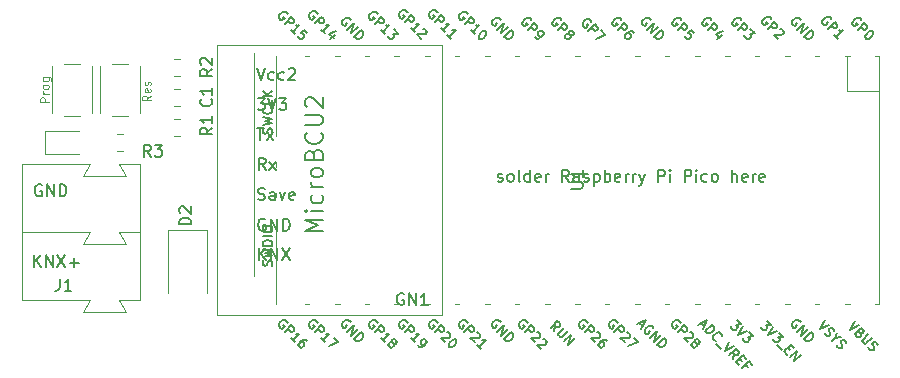
<source format=gbr>
G04 #@! TF.GenerationSoftware,KiCad,Pcbnew,(5.1.4)-1*
G04 #@! TF.CreationDate,2022-10-10T22:46:15+02:00*
G04 #@! TF.ProjectId,PiPico_BCU_Connector,50695069-636f-45f4-9243-555f436f6e6e,V00.04*
G04 #@! TF.SameCoordinates,Original*
G04 #@! TF.FileFunction,Legend,Top*
G04 #@! TF.FilePolarity,Positive*
%FSLAX46Y46*%
G04 Gerber Fmt 4.6, Leading zero omitted, Abs format (unit mm)*
G04 Created by KiCad (PCBNEW (5.1.4)-1) date 2022-10-10 22:46:15*
%MOMM*%
%LPD*%
G04 APERTURE LIST*
%ADD10C,0.150000*%
%ADD11C,0.120000*%
%ADD12C,0.050000*%
%ADD13C,0.100000*%
%ADD14C,0.200000*%
G04 APERTURE END LIST*
D10*
X178690476Y-81404761D02*
X178785714Y-81452380D01*
X178976190Y-81452380D01*
X179071428Y-81404761D01*
X179119047Y-81309523D01*
X179119047Y-81261904D01*
X179071428Y-81166666D01*
X178976190Y-81119047D01*
X178833333Y-81119047D01*
X178738095Y-81071428D01*
X178690476Y-80976190D01*
X178690476Y-80928571D01*
X178738095Y-80833333D01*
X178833333Y-80785714D01*
X178976190Y-80785714D01*
X179071428Y-80833333D01*
X179690476Y-81452380D02*
X179595238Y-81404761D01*
X179547619Y-81357142D01*
X179500000Y-81261904D01*
X179500000Y-80976190D01*
X179547619Y-80880952D01*
X179595238Y-80833333D01*
X179690476Y-80785714D01*
X179833333Y-80785714D01*
X179928571Y-80833333D01*
X179976190Y-80880952D01*
X180023809Y-80976190D01*
X180023809Y-81261904D01*
X179976190Y-81357142D01*
X179928571Y-81404761D01*
X179833333Y-81452380D01*
X179690476Y-81452380D01*
X180595238Y-81452380D02*
X180500000Y-81404761D01*
X180452380Y-81309523D01*
X180452380Y-80452380D01*
X181404761Y-81452380D02*
X181404761Y-80452380D01*
X181404761Y-81404761D02*
X181309523Y-81452380D01*
X181119047Y-81452380D01*
X181023809Y-81404761D01*
X180976190Y-81357142D01*
X180928571Y-81261904D01*
X180928571Y-80976190D01*
X180976190Y-80880952D01*
X181023809Y-80833333D01*
X181119047Y-80785714D01*
X181309523Y-80785714D01*
X181404761Y-80833333D01*
X182261904Y-81404761D02*
X182166666Y-81452380D01*
X181976190Y-81452380D01*
X181880952Y-81404761D01*
X181833333Y-81309523D01*
X181833333Y-80928571D01*
X181880952Y-80833333D01*
X181976190Y-80785714D01*
X182166666Y-80785714D01*
X182261904Y-80833333D01*
X182309523Y-80928571D01*
X182309523Y-81023809D01*
X181833333Y-81119047D01*
X182738095Y-81452380D02*
X182738095Y-80785714D01*
X182738095Y-80976190D02*
X182785714Y-80880952D01*
X182833333Y-80833333D01*
X182928571Y-80785714D01*
X183023809Y-80785714D01*
X184690476Y-81452380D02*
X184357142Y-80976190D01*
X184119047Y-81452380D02*
X184119047Y-80452380D01*
X184500000Y-80452380D01*
X184595238Y-80500000D01*
X184642857Y-80547619D01*
X184690476Y-80642857D01*
X184690476Y-80785714D01*
X184642857Y-80880952D01*
X184595238Y-80928571D01*
X184500000Y-80976190D01*
X184119047Y-80976190D01*
X185547619Y-81452380D02*
X185547619Y-80928571D01*
X185500000Y-80833333D01*
X185404761Y-80785714D01*
X185214285Y-80785714D01*
X185119047Y-80833333D01*
X185547619Y-81404761D02*
X185452380Y-81452380D01*
X185214285Y-81452380D01*
X185119047Y-81404761D01*
X185071428Y-81309523D01*
X185071428Y-81214285D01*
X185119047Y-81119047D01*
X185214285Y-81071428D01*
X185452380Y-81071428D01*
X185547619Y-81023809D01*
X185976190Y-81404761D02*
X186071428Y-81452380D01*
X186261904Y-81452380D01*
X186357142Y-81404761D01*
X186404761Y-81309523D01*
X186404761Y-81261904D01*
X186357142Y-81166666D01*
X186261904Y-81119047D01*
X186119047Y-81119047D01*
X186023809Y-81071428D01*
X185976190Y-80976190D01*
X185976190Y-80928571D01*
X186023809Y-80833333D01*
X186119047Y-80785714D01*
X186261904Y-80785714D01*
X186357142Y-80833333D01*
X186833333Y-80785714D02*
X186833333Y-81785714D01*
X186833333Y-80833333D02*
X186928571Y-80785714D01*
X187119047Y-80785714D01*
X187214285Y-80833333D01*
X187261904Y-80880952D01*
X187309523Y-80976190D01*
X187309523Y-81261904D01*
X187261904Y-81357142D01*
X187214285Y-81404761D01*
X187119047Y-81452380D01*
X186928571Y-81452380D01*
X186833333Y-81404761D01*
X187738095Y-81452380D02*
X187738095Y-80452380D01*
X187738095Y-80833333D02*
X187833333Y-80785714D01*
X188023809Y-80785714D01*
X188119047Y-80833333D01*
X188166666Y-80880952D01*
X188214285Y-80976190D01*
X188214285Y-81261904D01*
X188166666Y-81357142D01*
X188119047Y-81404761D01*
X188023809Y-81452380D01*
X187833333Y-81452380D01*
X187738095Y-81404761D01*
X189023809Y-81404761D02*
X188928571Y-81452380D01*
X188738095Y-81452380D01*
X188642857Y-81404761D01*
X188595238Y-81309523D01*
X188595238Y-80928571D01*
X188642857Y-80833333D01*
X188738095Y-80785714D01*
X188928571Y-80785714D01*
X189023809Y-80833333D01*
X189071428Y-80928571D01*
X189071428Y-81023809D01*
X188595238Y-81119047D01*
X189500000Y-81452380D02*
X189500000Y-80785714D01*
X189500000Y-80976190D02*
X189547619Y-80880952D01*
X189595238Y-80833333D01*
X189690476Y-80785714D01*
X189785714Y-80785714D01*
X190119047Y-81452380D02*
X190119047Y-80785714D01*
X190119047Y-80976190D02*
X190166666Y-80880952D01*
X190214285Y-80833333D01*
X190309523Y-80785714D01*
X190404761Y-80785714D01*
X190642857Y-80785714D02*
X190880952Y-81452380D01*
X191119047Y-80785714D02*
X190880952Y-81452380D01*
X190785714Y-81690476D01*
X190738095Y-81738095D01*
X190642857Y-81785714D01*
X192261904Y-81452380D02*
X192261904Y-80452380D01*
X192642857Y-80452380D01*
X192738095Y-80500000D01*
X192785714Y-80547619D01*
X192833333Y-80642857D01*
X192833333Y-80785714D01*
X192785714Y-80880952D01*
X192738095Y-80928571D01*
X192642857Y-80976190D01*
X192261904Y-80976190D01*
X193261904Y-81452380D02*
X193261904Y-80785714D01*
X193261904Y-80452380D02*
X193214285Y-80500000D01*
X193261904Y-80547619D01*
X193309523Y-80500000D01*
X193261904Y-80452380D01*
X193261904Y-80547619D01*
X194500000Y-81452380D02*
X194500000Y-80452380D01*
X194880952Y-80452380D01*
X194976190Y-80500000D01*
X195023809Y-80547619D01*
X195071428Y-80642857D01*
X195071428Y-80785714D01*
X195023809Y-80880952D01*
X194976190Y-80928571D01*
X194880952Y-80976190D01*
X194500000Y-80976190D01*
X195500000Y-81452380D02*
X195500000Y-80785714D01*
X195500000Y-80452380D02*
X195452380Y-80500000D01*
X195500000Y-80547619D01*
X195547619Y-80500000D01*
X195500000Y-80452380D01*
X195500000Y-80547619D01*
X196404761Y-81404761D02*
X196309523Y-81452380D01*
X196119047Y-81452380D01*
X196023809Y-81404761D01*
X195976190Y-81357142D01*
X195928571Y-81261904D01*
X195928571Y-80976190D01*
X195976190Y-80880952D01*
X196023809Y-80833333D01*
X196119047Y-80785714D01*
X196309523Y-80785714D01*
X196404761Y-80833333D01*
X196976190Y-81452380D02*
X196880952Y-81404761D01*
X196833333Y-81357142D01*
X196785714Y-81261904D01*
X196785714Y-80976190D01*
X196833333Y-80880952D01*
X196880952Y-80833333D01*
X196976190Y-80785714D01*
X197119047Y-80785714D01*
X197214285Y-80833333D01*
X197261904Y-80880952D01*
X197309523Y-80976190D01*
X197309523Y-81261904D01*
X197261904Y-81357142D01*
X197214285Y-81404761D01*
X197119047Y-81452380D01*
X196976190Y-81452380D01*
X198500000Y-81452380D02*
X198500000Y-80452380D01*
X198928571Y-81452380D02*
X198928571Y-80928571D01*
X198880952Y-80833333D01*
X198785714Y-80785714D01*
X198642857Y-80785714D01*
X198547619Y-80833333D01*
X198500000Y-80880952D01*
X199785714Y-81404761D02*
X199690476Y-81452380D01*
X199500000Y-81452380D01*
X199404761Y-81404761D01*
X199357142Y-81309523D01*
X199357142Y-80928571D01*
X199404761Y-80833333D01*
X199500000Y-80785714D01*
X199690476Y-80785714D01*
X199785714Y-80833333D01*
X199833333Y-80928571D01*
X199833333Y-81023809D01*
X199357142Y-81119047D01*
X200261904Y-81452380D02*
X200261904Y-80785714D01*
X200261904Y-80976190D02*
X200309523Y-80880952D01*
X200357142Y-80833333D01*
X200452380Y-80785714D01*
X200547619Y-80785714D01*
X201261904Y-81404761D02*
X201166666Y-81452380D01*
X200976190Y-81452380D01*
X200880952Y-81404761D01*
X200833333Y-81309523D01*
X200833333Y-80928571D01*
X200880952Y-80833333D01*
X200976190Y-80785714D01*
X201166666Y-80785714D01*
X201261904Y-80833333D01*
X201309523Y-80928571D01*
X201309523Y-81023809D01*
X200833333Y-81119047D01*
D11*
X210920000Y-70780000D02*
X210920000Y-91780000D01*
X159920000Y-77580000D02*
X159920000Y-70780000D01*
X208253000Y-70780000D02*
X208253000Y-73787000D01*
X208253000Y-73787000D02*
X210920000Y-73787000D01*
X210920000Y-70780000D02*
X210620000Y-70780000D01*
X208520000Y-70780000D02*
X208120000Y-70780000D01*
X205920000Y-70780000D02*
X205520000Y-70780000D01*
X203420000Y-70780000D02*
X203020000Y-70780000D01*
X200820000Y-70780000D02*
X200420000Y-70780000D01*
X198320000Y-70780000D02*
X197920000Y-70780000D01*
X195820000Y-70780000D02*
X195420000Y-70780000D01*
X193220000Y-70780000D02*
X192820000Y-70780000D01*
X190720000Y-70780000D02*
X190320000Y-70780000D01*
X188120000Y-70780000D02*
X187720000Y-70780000D01*
X185620000Y-70780000D02*
X185220000Y-70780000D01*
X183120000Y-70780000D02*
X182720000Y-70780000D01*
X180520000Y-70780000D02*
X180120000Y-70780000D01*
X178020000Y-70780000D02*
X177620000Y-70780000D01*
X175420000Y-70780000D02*
X175020000Y-70780000D01*
X172920000Y-70780000D02*
X172520000Y-70780000D01*
X170320000Y-70780000D02*
X169920000Y-70780000D01*
X167820000Y-70780000D02*
X167420000Y-70780000D01*
X165320000Y-70780000D02*
X164920000Y-70780000D01*
X162720000Y-70780000D02*
X162320000Y-70780000D01*
X195820000Y-91780000D02*
X195420000Y-91780000D01*
X190720000Y-91780000D02*
X190320000Y-91780000D01*
X183120000Y-91780000D02*
X182720000Y-91780000D01*
X175420000Y-91780000D02*
X175020000Y-91780000D01*
X205920000Y-91780000D02*
X205520000Y-91780000D01*
X208520000Y-91780000D02*
X208120000Y-91780000D01*
X200820000Y-91780000D02*
X200420000Y-91780000D01*
X167820000Y-91780000D02*
X167420000Y-91780000D01*
X162720000Y-91780000D02*
X162320000Y-91780000D01*
X165320000Y-91780000D02*
X164920000Y-91780000D01*
X180520000Y-91780000D02*
X180120000Y-91780000D01*
X185620000Y-91780000D02*
X185220000Y-91780000D01*
X198320000Y-91780000D02*
X197920000Y-91780000D01*
X193220000Y-91780000D02*
X192820000Y-91780000D01*
X172920000Y-91780000D02*
X172520000Y-91780000D01*
X188120000Y-91780000D02*
X187720000Y-91780000D01*
X210920000Y-91780000D02*
X210620000Y-91780000D01*
X203420000Y-91780000D02*
X203020000Y-91780000D01*
X178020000Y-91780000D02*
X177620000Y-91780000D01*
X170320000Y-91780000D02*
X169920000Y-91780000D01*
X159920000Y-91780000D02*
X159920000Y-84980000D01*
X159920000Y-79780000D02*
X159920000Y-80180000D01*
X159920000Y-82380000D02*
X159920000Y-82780000D01*
X140380000Y-79065000D02*
X143240000Y-79065000D01*
X140380000Y-77145000D02*
X140380000Y-79065000D01*
X143240000Y-77145000D02*
X140380000Y-77145000D01*
X146423748Y-78815000D02*
X146946252Y-78815000D01*
X146423748Y-77395000D02*
X146946252Y-77395000D01*
X145985000Y-71460000D02*
X147385000Y-71460000D01*
X145985000Y-75860000D02*
X147385000Y-75860000D01*
X148385000Y-75660000D02*
X148385000Y-71660000D01*
X144985000Y-75660000D02*
X144985000Y-71660000D01*
X151249748Y-72465000D02*
X151772252Y-72465000D01*
X151249748Y-71045000D02*
X151772252Y-71045000D01*
X151249748Y-77545000D02*
X151772252Y-77545000D01*
X151249748Y-76125000D02*
X151772252Y-76125000D01*
X151249748Y-75005000D02*
X151772252Y-75005000D01*
X151249748Y-73585000D02*
X151772252Y-73585000D01*
X173990000Y-92710000D02*
X173990000Y-69850000D01*
X154940000Y-92710000D02*
X154940000Y-69850000D01*
X154940000Y-69850000D02*
X173990000Y-69850000D01*
X173990000Y-92710000D02*
X172085000Y-92710000D01*
X154940000Y-92710000D02*
X172720000Y-92710000D01*
D12*
X158010000Y-89430000D02*
X158010000Y-70580000D01*
D11*
X143321000Y-75860000D02*
X141921000Y-75860000D01*
X143321000Y-71460000D02*
X141921000Y-71460000D01*
X140921000Y-71660000D02*
X140921000Y-75660000D01*
X144321000Y-71660000D02*
X144321000Y-75660000D01*
X147240000Y-92475000D02*
X143590000Y-92475000D01*
X147240000Y-86725000D02*
X143590000Y-86725000D01*
X147240000Y-80975000D02*
X143590000Y-80975000D01*
X146640000Y-91475000D02*
X148415000Y-91475000D01*
X144190000Y-91475000D02*
X138415000Y-91475000D01*
X144190000Y-91475000D02*
X143590000Y-92475000D01*
X146640000Y-91475000D02*
X147240000Y-92475000D01*
X144190000Y-85725000D02*
X143590000Y-86725000D01*
X144190000Y-85725000D02*
X138415000Y-85725000D01*
X146640000Y-85725000D02*
X148415000Y-85725000D01*
X146640000Y-85725000D02*
X147240000Y-86725000D01*
X144190000Y-79975000D02*
X143590000Y-80975000D01*
X147240000Y-80975000D02*
X146640000Y-79975000D01*
X144190000Y-79975000D02*
X138415000Y-79975000D01*
X148415000Y-79975000D02*
X146640000Y-79975000D01*
X138415000Y-79975000D02*
X138415000Y-91475000D01*
X148415000Y-79975000D02*
X148415000Y-91475000D01*
X154050000Y-85500000D02*
X154050000Y-90900000D01*
X150750000Y-85500000D02*
X150750000Y-90900000D01*
X154050000Y-85500000D02*
X150750000Y-85500000D01*
D10*
X184872380Y-82041904D02*
X185681904Y-82041904D01*
X185777142Y-81994285D01*
X185824761Y-81946666D01*
X185872380Y-81851428D01*
X185872380Y-81660952D01*
X185824761Y-81565714D01*
X185777142Y-81518095D01*
X185681904Y-81470476D01*
X184872380Y-81470476D01*
X185872380Y-80470476D02*
X185872380Y-81041904D01*
X185872380Y-80756190D02*
X184872380Y-80756190D01*
X185015238Y-80851428D01*
X185110476Y-80946666D01*
X185158095Y-81041904D01*
X159543809Y-88575238D02*
X159581904Y-88460952D01*
X159581904Y-88270476D01*
X159543809Y-88194285D01*
X159505714Y-88156190D01*
X159429523Y-88118095D01*
X159353333Y-88118095D01*
X159277142Y-88156190D01*
X159239047Y-88194285D01*
X159200952Y-88270476D01*
X159162857Y-88422857D01*
X159124761Y-88499047D01*
X159086666Y-88537142D01*
X159010476Y-88575238D01*
X158934285Y-88575238D01*
X158858095Y-88537142D01*
X158820000Y-88499047D01*
X158781904Y-88422857D01*
X158781904Y-88232380D01*
X158820000Y-88118095D01*
X158781904Y-87851428D02*
X159581904Y-87660952D01*
X159010476Y-87508571D01*
X159581904Y-87356190D01*
X158781904Y-87165714D01*
X159581904Y-86860952D02*
X158781904Y-86860952D01*
X158781904Y-86670476D01*
X158820000Y-86556190D01*
X158896190Y-86480000D01*
X158972380Y-86441904D01*
X159124761Y-86403809D01*
X159239047Y-86403809D01*
X159391428Y-86441904D01*
X159467619Y-86480000D01*
X159543809Y-86556190D01*
X159581904Y-86670476D01*
X159581904Y-86860952D01*
X159581904Y-86060952D02*
X158781904Y-86060952D01*
X158781904Y-85527619D02*
X158781904Y-85375238D01*
X158820000Y-85299047D01*
X158896190Y-85222857D01*
X159048571Y-85184761D01*
X159315238Y-85184761D01*
X159467619Y-85222857D01*
X159543809Y-85299047D01*
X159581904Y-85375238D01*
X159581904Y-85527619D01*
X159543809Y-85603809D01*
X159467619Y-85680000D01*
X159315238Y-85718095D01*
X159048571Y-85718095D01*
X158896190Y-85680000D01*
X158820000Y-85603809D01*
X158781904Y-85527619D01*
X159543809Y-77389523D02*
X159581904Y-77275238D01*
X159581904Y-77084761D01*
X159543809Y-77008571D01*
X159505714Y-76970476D01*
X159429523Y-76932380D01*
X159353333Y-76932380D01*
X159277142Y-76970476D01*
X159239047Y-77008571D01*
X159200952Y-77084761D01*
X159162857Y-77237142D01*
X159124761Y-77313333D01*
X159086666Y-77351428D01*
X159010476Y-77389523D01*
X158934285Y-77389523D01*
X158858095Y-77351428D01*
X158820000Y-77313333D01*
X158781904Y-77237142D01*
X158781904Y-77046666D01*
X158820000Y-76932380D01*
X158781904Y-76665714D02*
X159581904Y-76475238D01*
X159010476Y-76322857D01*
X159581904Y-76170476D01*
X158781904Y-75980000D01*
X159505714Y-75218095D02*
X159543809Y-75256190D01*
X159581904Y-75370476D01*
X159581904Y-75446666D01*
X159543809Y-75560952D01*
X159467619Y-75637142D01*
X159391428Y-75675238D01*
X159239047Y-75713333D01*
X159124761Y-75713333D01*
X158972380Y-75675238D01*
X158896190Y-75637142D01*
X158820000Y-75560952D01*
X158781904Y-75446666D01*
X158781904Y-75370476D01*
X158820000Y-75256190D01*
X158858095Y-75218095D01*
X159581904Y-74494285D02*
X159581904Y-74875238D01*
X158781904Y-74875238D01*
X159581904Y-74227619D02*
X158781904Y-74227619D01*
X159581904Y-73770476D02*
X159124761Y-74113333D01*
X158781904Y-73770476D02*
X159239047Y-74227619D01*
X190679035Y-93431597D02*
X190948409Y-93700971D01*
X190463536Y-93539346D02*
X191217783Y-93162223D01*
X190840659Y-93916470D01*
X191864280Y-93862595D02*
X191837343Y-93781783D01*
X191756531Y-93700971D01*
X191648781Y-93647096D01*
X191541032Y-93647096D01*
X191460219Y-93674033D01*
X191325532Y-93754845D01*
X191244720Y-93835658D01*
X191163908Y-93970345D01*
X191136971Y-94051157D01*
X191136971Y-94158906D01*
X191190845Y-94266656D01*
X191244720Y-94320531D01*
X191352470Y-94374406D01*
X191406345Y-94374406D01*
X191594906Y-94185844D01*
X191487157Y-94078094D01*
X191594906Y-94670717D02*
X192160592Y-94105032D01*
X191918155Y-94993966D01*
X192483841Y-94428280D01*
X192187529Y-95263340D02*
X192753215Y-94697654D01*
X192887902Y-94832341D01*
X192941776Y-94940091D01*
X192941776Y-95047841D01*
X192914839Y-95128653D01*
X192834027Y-95263340D01*
X192753215Y-95344152D01*
X192618528Y-95424964D01*
X192537715Y-95451902D01*
X192429966Y-95451902D01*
X192322216Y-95398027D01*
X192187529Y-95263340D01*
X204321844Y-93366158D02*
X204294906Y-93285346D01*
X204214094Y-93204534D01*
X204106345Y-93150659D01*
X203998595Y-93150659D01*
X203917783Y-93177597D01*
X203783096Y-93258409D01*
X203702284Y-93339221D01*
X203621471Y-93473908D01*
X203594534Y-93554720D01*
X203594534Y-93662470D01*
X203648409Y-93770219D01*
X203702284Y-93824094D01*
X203810033Y-93877969D01*
X203863908Y-93877969D01*
X204052470Y-93689407D01*
X203944720Y-93581658D01*
X204052470Y-94174280D02*
X204618155Y-93608595D01*
X204375719Y-94497529D01*
X204941404Y-93931844D01*
X204645093Y-94766903D02*
X205210778Y-94201218D01*
X205345465Y-94335905D01*
X205399340Y-94443654D01*
X205399340Y-94551404D01*
X205372402Y-94632216D01*
X205291590Y-94766903D01*
X205210778Y-94847715D01*
X205076091Y-94928528D01*
X204995279Y-94955465D01*
X204887529Y-94955465D01*
X204779780Y-94901590D01*
X204645093Y-94766903D01*
X178921844Y-93366158D02*
X178894906Y-93285346D01*
X178814094Y-93204534D01*
X178706345Y-93150659D01*
X178598595Y-93150659D01*
X178517783Y-93177597D01*
X178383096Y-93258409D01*
X178302284Y-93339221D01*
X178221471Y-93473908D01*
X178194534Y-93554720D01*
X178194534Y-93662470D01*
X178248409Y-93770219D01*
X178302284Y-93824094D01*
X178410033Y-93877969D01*
X178463908Y-93877969D01*
X178652470Y-93689407D01*
X178544720Y-93581658D01*
X178652470Y-94174280D02*
X179218155Y-93608595D01*
X178975719Y-94497529D01*
X179541404Y-93931844D01*
X179245093Y-94766903D02*
X179810778Y-94201218D01*
X179945465Y-94335905D01*
X179999340Y-94443654D01*
X179999340Y-94551404D01*
X179972402Y-94632216D01*
X179891590Y-94766903D01*
X179810778Y-94847715D01*
X179676091Y-94928528D01*
X179595279Y-94955465D01*
X179487529Y-94955465D01*
X179379780Y-94901590D01*
X179245093Y-94766903D01*
X166221844Y-93366158D02*
X166194906Y-93285346D01*
X166114094Y-93204534D01*
X166006345Y-93150659D01*
X165898595Y-93150659D01*
X165817783Y-93177597D01*
X165683096Y-93258409D01*
X165602284Y-93339221D01*
X165521471Y-93473908D01*
X165494534Y-93554720D01*
X165494534Y-93662470D01*
X165548409Y-93770219D01*
X165602284Y-93824094D01*
X165710033Y-93877969D01*
X165763908Y-93877969D01*
X165952470Y-93689407D01*
X165844720Y-93581658D01*
X165952470Y-94174280D02*
X166518155Y-93608595D01*
X166275719Y-94497529D01*
X166841404Y-93931844D01*
X166545093Y-94766903D02*
X167110778Y-94201218D01*
X167245465Y-94335905D01*
X167299340Y-94443654D01*
X167299340Y-94551404D01*
X167272402Y-94632216D01*
X167191590Y-94766903D01*
X167110778Y-94847715D01*
X166976091Y-94928528D01*
X166895279Y-94955465D01*
X166787529Y-94955465D01*
X166679780Y-94901590D01*
X166545093Y-94766903D01*
X166221844Y-67766158D02*
X166194906Y-67685346D01*
X166114094Y-67604534D01*
X166006345Y-67550659D01*
X165898595Y-67550659D01*
X165817783Y-67577597D01*
X165683096Y-67658409D01*
X165602284Y-67739221D01*
X165521471Y-67873908D01*
X165494534Y-67954720D01*
X165494534Y-68062470D01*
X165548409Y-68170219D01*
X165602284Y-68224094D01*
X165710033Y-68277969D01*
X165763908Y-68277969D01*
X165952470Y-68089407D01*
X165844720Y-67981658D01*
X165952470Y-68574280D02*
X166518155Y-68008595D01*
X166275719Y-68897529D01*
X166841404Y-68331844D01*
X166545093Y-69166903D02*
X167110778Y-68601218D01*
X167245465Y-68735905D01*
X167299340Y-68843654D01*
X167299340Y-68951404D01*
X167272402Y-69032216D01*
X167191590Y-69166903D01*
X167110778Y-69247715D01*
X166976091Y-69328528D01*
X166895279Y-69355465D01*
X166787529Y-69355465D01*
X166679780Y-69301590D01*
X166545093Y-69166903D01*
X178921844Y-67766158D02*
X178894906Y-67685346D01*
X178814094Y-67604534D01*
X178706345Y-67550659D01*
X178598595Y-67550659D01*
X178517783Y-67577597D01*
X178383096Y-67658409D01*
X178302284Y-67739221D01*
X178221471Y-67873908D01*
X178194534Y-67954720D01*
X178194534Y-68062470D01*
X178248409Y-68170219D01*
X178302284Y-68224094D01*
X178410033Y-68277969D01*
X178463908Y-68277969D01*
X178652470Y-68089407D01*
X178544720Y-67981658D01*
X178652470Y-68574280D02*
X179218155Y-68008595D01*
X178975719Y-68897529D01*
X179541404Y-68331844D01*
X179245093Y-69166903D02*
X179810778Y-68601218D01*
X179945465Y-68735905D01*
X179999340Y-68843654D01*
X179999340Y-68951404D01*
X179972402Y-69032216D01*
X179891590Y-69166903D01*
X179810778Y-69247715D01*
X179676091Y-69328528D01*
X179595279Y-69355465D01*
X179487529Y-69355465D01*
X179379780Y-69301590D01*
X179245093Y-69166903D01*
X191621844Y-67766158D02*
X191594906Y-67685346D01*
X191514094Y-67604534D01*
X191406345Y-67550659D01*
X191298595Y-67550659D01*
X191217783Y-67577597D01*
X191083096Y-67658409D01*
X191002284Y-67739221D01*
X190921471Y-67873908D01*
X190894534Y-67954720D01*
X190894534Y-68062470D01*
X190948409Y-68170219D01*
X191002284Y-68224094D01*
X191110033Y-68277969D01*
X191163908Y-68277969D01*
X191352470Y-68089407D01*
X191244720Y-67981658D01*
X191352470Y-68574280D02*
X191918155Y-68008595D01*
X191675719Y-68897529D01*
X192241404Y-68331844D01*
X191945093Y-69166903D02*
X192510778Y-68601218D01*
X192645465Y-68735905D01*
X192699340Y-68843654D01*
X192699340Y-68951404D01*
X192672402Y-69032216D01*
X192591590Y-69166903D01*
X192510778Y-69247715D01*
X192376091Y-69328528D01*
X192295279Y-69355465D01*
X192187529Y-69355465D01*
X192079780Y-69301590D01*
X191945093Y-69166903D01*
X204321844Y-67766158D02*
X204294906Y-67685346D01*
X204214094Y-67604534D01*
X204106345Y-67550659D01*
X203998595Y-67550659D01*
X203917783Y-67577597D01*
X203783096Y-67658409D01*
X203702284Y-67739221D01*
X203621471Y-67873908D01*
X203594534Y-67954720D01*
X203594534Y-68062470D01*
X203648409Y-68170219D01*
X203702284Y-68224094D01*
X203810033Y-68277969D01*
X203863908Y-68277969D01*
X204052470Y-68089407D01*
X203944720Y-67981658D01*
X204052470Y-68574280D02*
X204618155Y-68008595D01*
X204375719Y-68897529D01*
X204941404Y-68331844D01*
X204645093Y-69166903D02*
X205210778Y-68601218D01*
X205345465Y-68735905D01*
X205399340Y-68843654D01*
X205399340Y-68951404D01*
X205372402Y-69032216D01*
X205291590Y-69166903D01*
X205210778Y-69247715D01*
X205076091Y-69328528D01*
X204995279Y-69355465D01*
X204887529Y-69355465D01*
X204779780Y-69301590D01*
X204645093Y-69166903D01*
X208892690Y-93233129D02*
X208515566Y-93987377D01*
X209269813Y-93610253D01*
X209377563Y-94256751D02*
X209431438Y-94364500D01*
X209431438Y-94418375D01*
X209404500Y-94499187D01*
X209323688Y-94580000D01*
X209242876Y-94606937D01*
X209189001Y-94606937D01*
X209108189Y-94580000D01*
X208892690Y-94364500D01*
X209458375Y-93798815D01*
X209646937Y-93987377D01*
X209673874Y-94068189D01*
X209673874Y-94122064D01*
X209646937Y-94202876D01*
X209593062Y-94256751D01*
X209512250Y-94283688D01*
X209458375Y-94283688D01*
X209377563Y-94256751D01*
X209189001Y-94068189D01*
X210024061Y-94364500D02*
X209566125Y-94822436D01*
X209539187Y-94903248D01*
X209539187Y-94957123D01*
X209566125Y-95037935D01*
X209673874Y-95145685D01*
X209754687Y-95172622D01*
X209808561Y-95172622D01*
X209889374Y-95145685D01*
X210347309Y-94687749D01*
X210050998Y-95468934D02*
X210104873Y-95576683D01*
X210239560Y-95711370D01*
X210320372Y-95738308D01*
X210374247Y-95738308D01*
X210455059Y-95711370D01*
X210508934Y-95657496D01*
X210535871Y-95576683D01*
X210535871Y-95522809D01*
X210508934Y-95441996D01*
X210428122Y-95307309D01*
X210401184Y-95226497D01*
X210401184Y-95172622D01*
X210428122Y-95091810D01*
X210481996Y-95037935D01*
X210562809Y-95010998D01*
X210616683Y-95010998D01*
X210697496Y-95037935D01*
X210832183Y-95172622D01*
X210886057Y-95280372D01*
X206350033Y-93200473D02*
X205972910Y-93954720D01*
X206727157Y-93577597D01*
X206350033Y-94277969D02*
X206403908Y-94385719D01*
X206538595Y-94520406D01*
X206619407Y-94547343D01*
X206673282Y-94547343D01*
X206754094Y-94520406D01*
X206807969Y-94466531D01*
X206834906Y-94385719D01*
X206834906Y-94331844D01*
X206807969Y-94251032D01*
X206727157Y-94116345D01*
X206700219Y-94035532D01*
X206700219Y-93981658D01*
X206727157Y-93900845D01*
X206781032Y-93846971D01*
X206861844Y-93820033D01*
X206915719Y-93820033D01*
X206996531Y-93846971D01*
X207131218Y-93981658D01*
X207185093Y-94089407D01*
X207265905Y-94708967D02*
X206996531Y-94978341D01*
X207373654Y-94224094D02*
X207265905Y-94708967D01*
X207750778Y-94601218D01*
X207373654Y-95301590D02*
X207427529Y-95409340D01*
X207562216Y-95544027D01*
X207643028Y-95570964D01*
X207696903Y-95570964D01*
X207777715Y-95544027D01*
X207831590Y-95490152D01*
X207858528Y-95409340D01*
X207858528Y-95355465D01*
X207831590Y-95274653D01*
X207750778Y-95139966D01*
X207723841Y-95059154D01*
X207723841Y-95005279D01*
X207750778Y-94924467D01*
X207804653Y-94870592D01*
X207885465Y-94843654D01*
X207939340Y-94843654D01*
X208020152Y-94870592D01*
X208154839Y-95005279D01*
X208208714Y-95113028D01*
X201461691Y-93202131D02*
X201811877Y-93552317D01*
X201407816Y-93579255D01*
X201488629Y-93660067D01*
X201515566Y-93740879D01*
X201515566Y-93794754D01*
X201488629Y-93875566D01*
X201353942Y-94010253D01*
X201273129Y-94037190D01*
X201219255Y-94037190D01*
X201138442Y-94010253D01*
X200976818Y-93848629D01*
X200949881Y-93767816D01*
X200949881Y-93713942D01*
X201973502Y-93713942D02*
X201596378Y-94468189D01*
X202350625Y-94091065D01*
X202485312Y-94225752D02*
X202835499Y-94575938D01*
X202431438Y-94602876D01*
X202512250Y-94683688D01*
X202539187Y-94764500D01*
X202539187Y-94818375D01*
X202512250Y-94899187D01*
X202377563Y-95033874D01*
X202296751Y-95060812D01*
X202242876Y-95060812D01*
X202162064Y-95033874D01*
X202000439Y-94872250D01*
X201973502Y-94791438D01*
X201973502Y-94737563D01*
X202323688Y-95303248D02*
X202754687Y-95734247D01*
X203239560Y-95518748D02*
X203428122Y-95707309D01*
X203212622Y-96084433D02*
X202943248Y-95815059D01*
X203508934Y-95249374D01*
X203778308Y-95518748D01*
X203455059Y-96326870D02*
X204020744Y-95761184D01*
X203778308Y-96650118D01*
X204343993Y-96084433D01*
X198929407Y-93169847D02*
X199279593Y-93520033D01*
X198875532Y-93546971D01*
X198956345Y-93627783D01*
X198983282Y-93708595D01*
X198983282Y-93762470D01*
X198956345Y-93843282D01*
X198821658Y-93977969D01*
X198740845Y-94004906D01*
X198686971Y-94004906D01*
X198606158Y-93977969D01*
X198444534Y-93816345D01*
X198417597Y-93735532D01*
X198417597Y-93681658D01*
X199441218Y-93681658D02*
X199064094Y-94435905D01*
X199818341Y-94058781D01*
X199953028Y-94193468D02*
X200303215Y-94543654D01*
X199899154Y-94570592D01*
X199979966Y-94651404D01*
X200006903Y-94732216D01*
X200006903Y-94786091D01*
X199979966Y-94866903D01*
X199845279Y-95001590D01*
X199764467Y-95028528D01*
X199710592Y-95028528D01*
X199629780Y-95001590D01*
X199468155Y-94839966D01*
X199441218Y-94759154D01*
X199441218Y-94705279D01*
X195886226Y-93434788D02*
X196155600Y-93704162D01*
X195670727Y-93542537D02*
X196424974Y-93165414D01*
X196047850Y-93919661D01*
X196236412Y-94108223D02*
X196802097Y-93542537D01*
X196936784Y-93677224D01*
X196990659Y-93784974D01*
X196990659Y-93892723D01*
X196963722Y-93973536D01*
X196882910Y-94108223D01*
X196802097Y-94189035D01*
X196667410Y-94269847D01*
X196586598Y-94296784D01*
X196478849Y-94296784D01*
X196371099Y-94242910D01*
X196236412Y-94108223D01*
X197179221Y-94943282D02*
X197125346Y-94943282D01*
X197017597Y-94889407D01*
X196963722Y-94835532D01*
X196909847Y-94727783D01*
X196909847Y-94620033D01*
X196936784Y-94539221D01*
X197017597Y-94404534D01*
X197098409Y-94323722D01*
X197233096Y-94242910D01*
X197313908Y-94215972D01*
X197421658Y-94215972D01*
X197529407Y-94269847D01*
X197583282Y-94323722D01*
X197637157Y-94431471D01*
X197637157Y-94485346D01*
X197179221Y-95158781D02*
X197610219Y-95589780D01*
X198283654Y-95024094D02*
X197906531Y-95778341D01*
X198660778Y-95401218D01*
X198606903Y-96478714D02*
X198687715Y-96020778D01*
X198283654Y-96155465D02*
X198849340Y-95589780D01*
X199064839Y-95805279D01*
X199091776Y-95886091D01*
X199091776Y-95939966D01*
X199064839Y-96020778D01*
X198984027Y-96101590D01*
X198903215Y-96128528D01*
X198849340Y-96128528D01*
X198768528Y-96101590D01*
X198553028Y-95886091D01*
X199145651Y-96424839D02*
X199334213Y-96613401D01*
X199118714Y-96990524D02*
X198849340Y-96721150D01*
X199415025Y-96155465D01*
X199684399Y-96424839D01*
X199846024Y-97125211D02*
X199657462Y-96936650D01*
X199361150Y-97232961D02*
X199926836Y-96667276D01*
X200196210Y-96936650D01*
X194173407Y-93377722D02*
X194146470Y-93296910D01*
X194065658Y-93216097D01*
X193957908Y-93162223D01*
X193850158Y-93162223D01*
X193769346Y-93189160D01*
X193634659Y-93269972D01*
X193553847Y-93350784D01*
X193473035Y-93485471D01*
X193446097Y-93566284D01*
X193446097Y-93674033D01*
X193499972Y-93781783D01*
X193553847Y-93835658D01*
X193661597Y-93889532D01*
X193715471Y-93889532D01*
X193904033Y-93700971D01*
X193796284Y-93593221D01*
X193904033Y-94185844D02*
X194469719Y-93620158D01*
X194685218Y-93835658D01*
X194712155Y-93916470D01*
X194712155Y-93970345D01*
X194685218Y-94051157D01*
X194604406Y-94131969D01*
X194523593Y-94158906D01*
X194469719Y-94158906D01*
X194388906Y-94131969D01*
X194173407Y-93916470D01*
X194954592Y-94212781D02*
X195008467Y-94212781D01*
X195089279Y-94239719D01*
X195223966Y-94374406D01*
X195250903Y-94455218D01*
X195250903Y-94509093D01*
X195223966Y-94589905D01*
X195170091Y-94643780D01*
X195062341Y-94697654D01*
X194415844Y-94697654D01*
X194766030Y-95047841D01*
X195412528Y-95047841D02*
X195385590Y-94967028D01*
X195385590Y-94913154D01*
X195412528Y-94832341D01*
X195439465Y-94805404D01*
X195520277Y-94778467D01*
X195574152Y-94778467D01*
X195654964Y-94805404D01*
X195762714Y-94913154D01*
X195789651Y-94993966D01*
X195789651Y-95047841D01*
X195762714Y-95128653D01*
X195735776Y-95155590D01*
X195654964Y-95182528D01*
X195601089Y-95182528D01*
X195520277Y-95155590D01*
X195412528Y-95047841D01*
X195331715Y-95020903D01*
X195277841Y-95020903D01*
X195197028Y-95047841D01*
X195089279Y-95155590D01*
X195062341Y-95236402D01*
X195062341Y-95290277D01*
X195089279Y-95371089D01*
X195197028Y-95478839D01*
X195277841Y-95505776D01*
X195331715Y-95505776D01*
X195412528Y-95478839D01*
X195520277Y-95371089D01*
X195547215Y-95290277D01*
X195547215Y-95236402D01*
X195520277Y-95155590D01*
X188829407Y-93377722D02*
X188802470Y-93296910D01*
X188721658Y-93216097D01*
X188613908Y-93162223D01*
X188506158Y-93162223D01*
X188425346Y-93189160D01*
X188290659Y-93269972D01*
X188209847Y-93350784D01*
X188129035Y-93485471D01*
X188102097Y-93566284D01*
X188102097Y-93674033D01*
X188155972Y-93781783D01*
X188209847Y-93835658D01*
X188317597Y-93889532D01*
X188371471Y-93889532D01*
X188560033Y-93700971D01*
X188452284Y-93593221D01*
X188560033Y-94185844D02*
X189125719Y-93620158D01*
X189341218Y-93835658D01*
X189368155Y-93916470D01*
X189368155Y-93970345D01*
X189341218Y-94051157D01*
X189260406Y-94131969D01*
X189179593Y-94158906D01*
X189125719Y-94158906D01*
X189044906Y-94131969D01*
X188829407Y-93916470D01*
X189610592Y-94212781D02*
X189664467Y-94212781D01*
X189745279Y-94239719D01*
X189879966Y-94374406D01*
X189906903Y-94455218D01*
X189906903Y-94509093D01*
X189879966Y-94589905D01*
X189826091Y-94643780D01*
X189718341Y-94697654D01*
X189071844Y-94697654D01*
X189422030Y-95047841D01*
X190176277Y-94670717D02*
X190553401Y-95047841D01*
X189745279Y-95371089D01*
X186299407Y-93377722D02*
X186272470Y-93296910D01*
X186191658Y-93216097D01*
X186083908Y-93162223D01*
X185976158Y-93162223D01*
X185895346Y-93189160D01*
X185760659Y-93269972D01*
X185679847Y-93350784D01*
X185599035Y-93485471D01*
X185572097Y-93566284D01*
X185572097Y-93674033D01*
X185625972Y-93781783D01*
X185679847Y-93835658D01*
X185787597Y-93889532D01*
X185841471Y-93889532D01*
X186030033Y-93700971D01*
X185922284Y-93593221D01*
X186030033Y-94185844D02*
X186595719Y-93620158D01*
X186811218Y-93835658D01*
X186838155Y-93916470D01*
X186838155Y-93970345D01*
X186811218Y-94051157D01*
X186730406Y-94131969D01*
X186649593Y-94158906D01*
X186595719Y-94158906D01*
X186514906Y-94131969D01*
X186299407Y-93916470D01*
X187080592Y-94212781D02*
X187134467Y-94212781D01*
X187215279Y-94239719D01*
X187349966Y-94374406D01*
X187376903Y-94455218D01*
X187376903Y-94509093D01*
X187349966Y-94589905D01*
X187296091Y-94643780D01*
X187188341Y-94697654D01*
X186541844Y-94697654D01*
X186892030Y-95047841D01*
X187942589Y-94967028D02*
X187834839Y-94859279D01*
X187754027Y-94832341D01*
X187700152Y-94832341D01*
X187565465Y-94859279D01*
X187430778Y-94940091D01*
X187215279Y-95155590D01*
X187188341Y-95236402D01*
X187188341Y-95290277D01*
X187215279Y-95371089D01*
X187323028Y-95478839D01*
X187403841Y-95505776D01*
X187457715Y-95505776D01*
X187538528Y-95478839D01*
X187673215Y-95344152D01*
X187700152Y-95263340D01*
X187700152Y-95209465D01*
X187673215Y-95128653D01*
X187565465Y-95020903D01*
X187484653Y-94993966D01*
X187430778Y-94993966D01*
X187349966Y-95020903D01*
X183476564Y-94118375D02*
X183557377Y-93660439D01*
X183153316Y-93795126D02*
X183719001Y-93229441D01*
X183934500Y-93444940D01*
X183961438Y-93525752D01*
X183961438Y-93579627D01*
X183934500Y-93660439D01*
X183853688Y-93741251D01*
X183772876Y-93768189D01*
X183719001Y-93768189D01*
X183638189Y-93741251D01*
X183422690Y-93525752D01*
X184284687Y-93795126D02*
X183826751Y-94253062D01*
X183799813Y-94333874D01*
X183799813Y-94387749D01*
X183826751Y-94468561D01*
X183934500Y-94576311D01*
X184015312Y-94603248D01*
X184069187Y-94603248D01*
X184150000Y-94576311D01*
X184607935Y-94118375D01*
X184311624Y-94953435D02*
X184877309Y-94387749D01*
X184634873Y-95276683D01*
X185200558Y-94710998D01*
X181219407Y-93377722D02*
X181192470Y-93296910D01*
X181111658Y-93216097D01*
X181003908Y-93162223D01*
X180896158Y-93162223D01*
X180815346Y-93189160D01*
X180680659Y-93269972D01*
X180599847Y-93350784D01*
X180519035Y-93485471D01*
X180492097Y-93566284D01*
X180492097Y-93674033D01*
X180545972Y-93781783D01*
X180599847Y-93835658D01*
X180707597Y-93889532D01*
X180761471Y-93889532D01*
X180950033Y-93700971D01*
X180842284Y-93593221D01*
X180950033Y-94185844D02*
X181515719Y-93620158D01*
X181731218Y-93835658D01*
X181758155Y-93916470D01*
X181758155Y-93970345D01*
X181731218Y-94051157D01*
X181650406Y-94131969D01*
X181569593Y-94158906D01*
X181515719Y-94158906D01*
X181434906Y-94131969D01*
X181219407Y-93916470D01*
X182000592Y-94212781D02*
X182054467Y-94212781D01*
X182135279Y-94239719D01*
X182269966Y-94374406D01*
X182296903Y-94455218D01*
X182296903Y-94509093D01*
X182269966Y-94589905D01*
X182216091Y-94643780D01*
X182108341Y-94697654D01*
X181461844Y-94697654D01*
X181812030Y-95047841D01*
X182539340Y-94751529D02*
X182593215Y-94751529D01*
X182674027Y-94778467D01*
X182808714Y-94913154D01*
X182835651Y-94993966D01*
X182835651Y-95047841D01*
X182808714Y-95128653D01*
X182754839Y-95182528D01*
X182647089Y-95236402D01*
X182000592Y-95236402D01*
X182350778Y-95586589D01*
X176129407Y-93377722D02*
X176102470Y-93296910D01*
X176021658Y-93216097D01*
X175913908Y-93162223D01*
X175806158Y-93162223D01*
X175725346Y-93189160D01*
X175590659Y-93269972D01*
X175509847Y-93350784D01*
X175429035Y-93485471D01*
X175402097Y-93566284D01*
X175402097Y-93674033D01*
X175455972Y-93781783D01*
X175509847Y-93835658D01*
X175617597Y-93889532D01*
X175671471Y-93889532D01*
X175860033Y-93700971D01*
X175752284Y-93593221D01*
X175860033Y-94185844D02*
X176425719Y-93620158D01*
X176641218Y-93835658D01*
X176668155Y-93916470D01*
X176668155Y-93970345D01*
X176641218Y-94051157D01*
X176560406Y-94131969D01*
X176479593Y-94158906D01*
X176425719Y-94158906D01*
X176344906Y-94131969D01*
X176129407Y-93916470D01*
X176910592Y-94212781D02*
X176964467Y-94212781D01*
X177045279Y-94239719D01*
X177179966Y-94374406D01*
X177206903Y-94455218D01*
X177206903Y-94509093D01*
X177179966Y-94589905D01*
X177126091Y-94643780D01*
X177018341Y-94697654D01*
X176371844Y-94697654D01*
X176722030Y-95047841D01*
X177260778Y-95586589D02*
X176937529Y-95263340D01*
X177099154Y-95424964D02*
X177664839Y-94859279D01*
X177530152Y-94886216D01*
X177422402Y-94886216D01*
X177341590Y-94859279D01*
X173599407Y-93377722D02*
X173572470Y-93296910D01*
X173491658Y-93216097D01*
X173383908Y-93162223D01*
X173276158Y-93162223D01*
X173195346Y-93189160D01*
X173060659Y-93269972D01*
X172979847Y-93350784D01*
X172899035Y-93485471D01*
X172872097Y-93566284D01*
X172872097Y-93674033D01*
X172925972Y-93781783D01*
X172979847Y-93835658D01*
X173087597Y-93889532D01*
X173141471Y-93889532D01*
X173330033Y-93700971D01*
X173222284Y-93593221D01*
X173330033Y-94185844D02*
X173895719Y-93620158D01*
X174111218Y-93835658D01*
X174138155Y-93916470D01*
X174138155Y-93970345D01*
X174111218Y-94051157D01*
X174030406Y-94131969D01*
X173949593Y-94158906D01*
X173895719Y-94158906D01*
X173814906Y-94131969D01*
X173599407Y-93916470D01*
X174380592Y-94212781D02*
X174434467Y-94212781D01*
X174515279Y-94239719D01*
X174649966Y-94374406D01*
X174676903Y-94455218D01*
X174676903Y-94509093D01*
X174649966Y-94589905D01*
X174596091Y-94643780D01*
X174488341Y-94697654D01*
X173841844Y-94697654D01*
X174192030Y-95047841D01*
X175107902Y-94832341D02*
X175161776Y-94886216D01*
X175188714Y-94967028D01*
X175188714Y-95020903D01*
X175161776Y-95101715D01*
X175080964Y-95236402D01*
X174946277Y-95371089D01*
X174811590Y-95451902D01*
X174730778Y-95478839D01*
X174676903Y-95478839D01*
X174596091Y-95451902D01*
X174542216Y-95398027D01*
X174515279Y-95317215D01*
X174515279Y-95263340D01*
X174542216Y-95182528D01*
X174623028Y-95047841D01*
X174757715Y-94913154D01*
X174892402Y-94832341D01*
X174973215Y-94805404D01*
X175027089Y-94805404D01*
X175107902Y-94832341D01*
X171059407Y-93377722D02*
X171032470Y-93296910D01*
X170951658Y-93216097D01*
X170843908Y-93162223D01*
X170736158Y-93162223D01*
X170655346Y-93189160D01*
X170520659Y-93269972D01*
X170439847Y-93350784D01*
X170359035Y-93485471D01*
X170332097Y-93566284D01*
X170332097Y-93674033D01*
X170385972Y-93781783D01*
X170439847Y-93835658D01*
X170547597Y-93889532D01*
X170601471Y-93889532D01*
X170790033Y-93700971D01*
X170682284Y-93593221D01*
X170790033Y-94185844D02*
X171355719Y-93620158D01*
X171571218Y-93835658D01*
X171598155Y-93916470D01*
X171598155Y-93970345D01*
X171571218Y-94051157D01*
X171490406Y-94131969D01*
X171409593Y-94158906D01*
X171355719Y-94158906D01*
X171274906Y-94131969D01*
X171059407Y-93916470D01*
X171652030Y-95047841D02*
X171328781Y-94724592D01*
X171490406Y-94886216D02*
X172056091Y-94320531D01*
X171921404Y-94347468D01*
X171813654Y-94347468D01*
X171732842Y-94320531D01*
X171921404Y-95317215D02*
X172029154Y-95424964D01*
X172109966Y-95451902D01*
X172163841Y-95451902D01*
X172298528Y-95424964D01*
X172433215Y-95344152D01*
X172648714Y-95128653D01*
X172675651Y-95047841D01*
X172675651Y-94993966D01*
X172648714Y-94913154D01*
X172540964Y-94805404D01*
X172460152Y-94778467D01*
X172406277Y-94778467D01*
X172325465Y-94805404D01*
X172190778Y-94940091D01*
X172163841Y-95020903D01*
X172163841Y-95074778D01*
X172190778Y-95155590D01*
X172298528Y-95263340D01*
X172379340Y-95290277D01*
X172433215Y-95290277D01*
X172514027Y-95263340D01*
X168519407Y-93377722D02*
X168492470Y-93296910D01*
X168411658Y-93216097D01*
X168303908Y-93162223D01*
X168196158Y-93162223D01*
X168115346Y-93189160D01*
X167980659Y-93269972D01*
X167899847Y-93350784D01*
X167819035Y-93485471D01*
X167792097Y-93566284D01*
X167792097Y-93674033D01*
X167845972Y-93781783D01*
X167899847Y-93835658D01*
X168007597Y-93889532D01*
X168061471Y-93889532D01*
X168250033Y-93700971D01*
X168142284Y-93593221D01*
X168250033Y-94185844D02*
X168815719Y-93620158D01*
X169031218Y-93835658D01*
X169058155Y-93916470D01*
X169058155Y-93970345D01*
X169031218Y-94051157D01*
X168950406Y-94131969D01*
X168869593Y-94158906D01*
X168815719Y-94158906D01*
X168734906Y-94131969D01*
X168519407Y-93916470D01*
X169112030Y-95047841D02*
X168788781Y-94724592D01*
X168950406Y-94886216D02*
X169516091Y-94320531D01*
X169381404Y-94347468D01*
X169273654Y-94347468D01*
X169192842Y-94320531D01*
X169758528Y-95047841D02*
X169731590Y-94967028D01*
X169731590Y-94913154D01*
X169758528Y-94832341D01*
X169785465Y-94805404D01*
X169866277Y-94778467D01*
X169920152Y-94778467D01*
X170000964Y-94805404D01*
X170108714Y-94913154D01*
X170135651Y-94993966D01*
X170135651Y-95047841D01*
X170108714Y-95128653D01*
X170081776Y-95155590D01*
X170000964Y-95182528D01*
X169947089Y-95182528D01*
X169866277Y-95155590D01*
X169758528Y-95047841D01*
X169677715Y-95020903D01*
X169623841Y-95020903D01*
X169543028Y-95047841D01*
X169435279Y-95155590D01*
X169408341Y-95236402D01*
X169408341Y-95290277D01*
X169435279Y-95371089D01*
X169543028Y-95478839D01*
X169623841Y-95505776D01*
X169677715Y-95505776D01*
X169758528Y-95478839D01*
X169866277Y-95371089D01*
X169893215Y-95290277D01*
X169893215Y-95236402D01*
X169866277Y-95155590D01*
X163439407Y-93377722D02*
X163412470Y-93296910D01*
X163331658Y-93216097D01*
X163223908Y-93162223D01*
X163116158Y-93162223D01*
X163035346Y-93189160D01*
X162900659Y-93269972D01*
X162819847Y-93350784D01*
X162739035Y-93485471D01*
X162712097Y-93566284D01*
X162712097Y-93674033D01*
X162765972Y-93781783D01*
X162819847Y-93835658D01*
X162927597Y-93889532D01*
X162981471Y-93889532D01*
X163170033Y-93700971D01*
X163062284Y-93593221D01*
X163170033Y-94185844D02*
X163735719Y-93620158D01*
X163951218Y-93835658D01*
X163978155Y-93916470D01*
X163978155Y-93970345D01*
X163951218Y-94051157D01*
X163870406Y-94131969D01*
X163789593Y-94158906D01*
X163735719Y-94158906D01*
X163654906Y-94131969D01*
X163439407Y-93916470D01*
X164032030Y-95047841D02*
X163708781Y-94724592D01*
X163870406Y-94886216D02*
X164436091Y-94320531D01*
X164301404Y-94347468D01*
X164193654Y-94347468D01*
X164112842Y-94320531D01*
X164786277Y-94670717D02*
X165163401Y-95047841D01*
X164355279Y-95371089D01*
X160899407Y-93377722D02*
X160872470Y-93296910D01*
X160791658Y-93216097D01*
X160683908Y-93162223D01*
X160576158Y-93162223D01*
X160495346Y-93189160D01*
X160360659Y-93269972D01*
X160279847Y-93350784D01*
X160199035Y-93485471D01*
X160172097Y-93566284D01*
X160172097Y-93674033D01*
X160225972Y-93781783D01*
X160279847Y-93835658D01*
X160387597Y-93889532D01*
X160441471Y-93889532D01*
X160630033Y-93700971D01*
X160522284Y-93593221D01*
X160630033Y-94185844D02*
X161195719Y-93620158D01*
X161411218Y-93835658D01*
X161438155Y-93916470D01*
X161438155Y-93970345D01*
X161411218Y-94051157D01*
X161330406Y-94131969D01*
X161249593Y-94158906D01*
X161195719Y-94158906D01*
X161114906Y-94131969D01*
X160899407Y-93916470D01*
X161492030Y-95047841D02*
X161168781Y-94724592D01*
X161330406Y-94886216D02*
X161896091Y-94320531D01*
X161761404Y-94347468D01*
X161653654Y-94347468D01*
X161572842Y-94320531D01*
X162542589Y-94967028D02*
X162434839Y-94859279D01*
X162354027Y-94832341D01*
X162300152Y-94832341D01*
X162165465Y-94859279D01*
X162030778Y-94940091D01*
X161815279Y-95155590D01*
X161788341Y-95236402D01*
X161788341Y-95290277D01*
X161815279Y-95371089D01*
X161923028Y-95478839D01*
X162003841Y-95505776D01*
X162057715Y-95505776D01*
X162138528Y-95478839D01*
X162273215Y-95344152D01*
X162300152Y-95263340D01*
X162300152Y-95209465D01*
X162273215Y-95128653D01*
X162165465Y-95020903D01*
X162084653Y-94993966D01*
X162030778Y-94993966D01*
X161949966Y-95020903D01*
X160899407Y-67269722D02*
X160872470Y-67188910D01*
X160791658Y-67108097D01*
X160683908Y-67054223D01*
X160576158Y-67054223D01*
X160495346Y-67081160D01*
X160360659Y-67161972D01*
X160279847Y-67242784D01*
X160199035Y-67377471D01*
X160172097Y-67458284D01*
X160172097Y-67566033D01*
X160225972Y-67673783D01*
X160279847Y-67727658D01*
X160387597Y-67781532D01*
X160441471Y-67781532D01*
X160630033Y-67592971D01*
X160522284Y-67485221D01*
X160630033Y-68077844D02*
X161195719Y-67512158D01*
X161411218Y-67727658D01*
X161438155Y-67808470D01*
X161438155Y-67862345D01*
X161411218Y-67943157D01*
X161330406Y-68023969D01*
X161249593Y-68050906D01*
X161195719Y-68050906D01*
X161114906Y-68023969D01*
X160899407Y-67808470D01*
X161492030Y-68939841D02*
X161168781Y-68616592D01*
X161330406Y-68778216D02*
X161896091Y-68212531D01*
X161761404Y-68239468D01*
X161653654Y-68239468D01*
X161572842Y-68212531D01*
X162569526Y-68885966D02*
X162300152Y-68616592D01*
X162003841Y-68859028D01*
X162057715Y-68859028D01*
X162138528Y-68885966D01*
X162273215Y-69020653D01*
X162300152Y-69101465D01*
X162300152Y-69155340D01*
X162273215Y-69236152D01*
X162138528Y-69370839D01*
X162057715Y-69397776D01*
X162003841Y-69397776D01*
X161923028Y-69370839D01*
X161788341Y-69236152D01*
X161761404Y-69155340D01*
X161761404Y-69101465D01*
X163439407Y-67223722D02*
X163412470Y-67142910D01*
X163331658Y-67062097D01*
X163223908Y-67008223D01*
X163116158Y-67008223D01*
X163035346Y-67035160D01*
X162900659Y-67115972D01*
X162819847Y-67196784D01*
X162739035Y-67331471D01*
X162712097Y-67412284D01*
X162712097Y-67520033D01*
X162765972Y-67627783D01*
X162819847Y-67681658D01*
X162927597Y-67735532D01*
X162981471Y-67735532D01*
X163170033Y-67546971D01*
X163062284Y-67439221D01*
X163170033Y-68031844D02*
X163735719Y-67466158D01*
X163951218Y-67681658D01*
X163978155Y-67762470D01*
X163978155Y-67816345D01*
X163951218Y-67897157D01*
X163870406Y-67977969D01*
X163789593Y-68004906D01*
X163735719Y-68004906D01*
X163654906Y-67977969D01*
X163439407Y-67762470D01*
X164032030Y-68893841D02*
X163708781Y-68570592D01*
X163870406Y-68732216D02*
X164436091Y-68166531D01*
X164301404Y-68193468D01*
X164193654Y-68193468D01*
X164112842Y-68166531D01*
X164894027Y-69001590D02*
X164516903Y-69378714D01*
X164974839Y-68651404D02*
X164436091Y-68920778D01*
X164786277Y-69270964D01*
X168519407Y-67269722D02*
X168492470Y-67188910D01*
X168411658Y-67108097D01*
X168303908Y-67054223D01*
X168196158Y-67054223D01*
X168115346Y-67081160D01*
X167980659Y-67161972D01*
X167899847Y-67242784D01*
X167819035Y-67377471D01*
X167792097Y-67458284D01*
X167792097Y-67566033D01*
X167845972Y-67673783D01*
X167899847Y-67727658D01*
X168007597Y-67781532D01*
X168061471Y-67781532D01*
X168250033Y-67592971D01*
X168142284Y-67485221D01*
X168250033Y-68077844D02*
X168815719Y-67512158D01*
X169031218Y-67727658D01*
X169058155Y-67808470D01*
X169058155Y-67862345D01*
X169031218Y-67943157D01*
X168950406Y-68023969D01*
X168869593Y-68050906D01*
X168815719Y-68050906D01*
X168734906Y-68023969D01*
X168519407Y-67808470D01*
X169112030Y-68939841D02*
X168788781Y-68616592D01*
X168950406Y-68778216D02*
X169516091Y-68212531D01*
X169381404Y-68239468D01*
X169273654Y-68239468D01*
X169192842Y-68212531D01*
X169866277Y-68562717D02*
X170216463Y-68912903D01*
X169812402Y-68939841D01*
X169893215Y-69020653D01*
X169920152Y-69101465D01*
X169920152Y-69155340D01*
X169893215Y-69236152D01*
X169758528Y-69370839D01*
X169677715Y-69397776D01*
X169623841Y-69397776D01*
X169543028Y-69370839D01*
X169381404Y-69209215D01*
X169354467Y-69128402D01*
X169354467Y-69074528D01*
X171059407Y-67123722D02*
X171032470Y-67042910D01*
X170951658Y-66962097D01*
X170843908Y-66908223D01*
X170736158Y-66908223D01*
X170655346Y-66935160D01*
X170520659Y-67015972D01*
X170439847Y-67096784D01*
X170359035Y-67231471D01*
X170332097Y-67312284D01*
X170332097Y-67420033D01*
X170385972Y-67527783D01*
X170439847Y-67581658D01*
X170547597Y-67635532D01*
X170601471Y-67635532D01*
X170790033Y-67446971D01*
X170682284Y-67339221D01*
X170790033Y-67931844D02*
X171355719Y-67366158D01*
X171571218Y-67581658D01*
X171598155Y-67662470D01*
X171598155Y-67716345D01*
X171571218Y-67797157D01*
X171490406Y-67877969D01*
X171409593Y-67904906D01*
X171355719Y-67904906D01*
X171274906Y-67877969D01*
X171059407Y-67662470D01*
X171652030Y-68793841D02*
X171328781Y-68470592D01*
X171490406Y-68632216D02*
X172056091Y-68066531D01*
X171921404Y-68093468D01*
X171813654Y-68093468D01*
X171732842Y-68066531D01*
X172379340Y-68497529D02*
X172433215Y-68497529D01*
X172514027Y-68524467D01*
X172648714Y-68659154D01*
X172675651Y-68739966D01*
X172675651Y-68793841D01*
X172648714Y-68874653D01*
X172594839Y-68928528D01*
X172487089Y-68982402D01*
X171840592Y-68982402D01*
X172190778Y-69332589D01*
X173599407Y-67123722D02*
X173572470Y-67042910D01*
X173491658Y-66962097D01*
X173383908Y-66908223D01*
X173276158Y-66908223D01*
X173195346Y-66935160D01*
X173060659Y-67015972D01*
X172979847Y-67096784D01*
X172899035Y-67231471D01*
X172872097Y-67312284D01*
X172872097Y-67420033D01*
X172925972Y-67527783D01*
X172979847Y-67581658D01*
X173087597Y-67635532D01*
X173141471Y-67635532D01*
X173330033Y-67446971D01*
X173222284Y-67339221D01*
X173330033Y-67931844D02*
X173895719Y-67366158D01*
X174111218Y-67581658D01*
X174138155Y-67662470D01*
X174138155Y-67716345D01*
X174111218Y-67797157D01*
X174030406Y-67877969D01*
X173949593Y-67904906D01*
X173895719Y-67904906D01*
X173814906Y-67877969D01*
X173599407Y-67662470D01*
X174192030Y-68793841D02*
X173868781Y-68470592D01*
X174030406Y-68632216D02*
X174596091Y-68066531D01*
X174461404Y-68093468D01*
X174353654Y-68093468D01*
X174272842Y-68066531D01*
X174730778Y-69332589D02*
X174407529Y-69009340D01*
X174569154Y-69170964D02*
X175134839Y-68605279D01*
X175000152Y-68632216D01*
X174892402Y-68632216D01*
X174811590Y-68605279D01*
X176139407Y-67269722D02*
X176112470Y-67188910D01*
X176031658Y-67108097D01*
X175923908Y-67054223D01*
X175816158Y-67054223D01*
X175735346Y-67081160D01*
X175600659Y-67161972D01*
X175519847Y-67242784D01*
X175439035Y-67377471D01*
X175412097Y-67458284D01*
X175412097Y-67566033D01*
X175465972Y-67673783D01*
X175519847Y-67727658D01*
X175627597Y-67781532D01*
X175681471Y-67781532D01*
X175870033Y-67592971D01*
X175762284Y-67485221D01*
X175870033Y-68077844D02*
X176435719Y-67512158D01*
X176651218Y-67727658D01*
X176678155Y-67808470D01*
X176678155Y-67862345D01*
X176651218Y-67943157D01*
X176570406Y-68023969D01*
X176489593Y-68050906D01*
X176435719Y-68050906D01*
X176354906Y-68023969D01*
X176139407Y-67808470D01*
X176732030Y-68939841D02*
X176408781Y-68616592D01*
X176570406Y-68778216D02*
X177136091Y-68212531D01*
X177001404Y-68239468D01*
X176893654Y-68239468D01*
X176812842Y-68212531D01*
X177647902Y-68724341D02*
X177701776Y-68778216D01*
X177728714Y-68859028D01*
X177728714Y-68912903D01*
X177701776Y-68993715D01*
X177620964Y-69128402D01*
X177486277Y-69263089D01*
X177351590Y-69343902D01*
X177270778Y-69370839D01*
X177216903Y-69370839D01*
X177136091Y-69343902D01*
X177082216Y-69290027D01*
X177055279Y-69209215D01*
X177055279Y-69155340D01*
X177082216Y-69074528D01*
X177163028Y-68939841D01*
X177297715Y-68805154D01*
X177432402Y-68724341D01*
X177513215Y-68697404D01*
X177567089Y-68697404D01*
X177647902Y-68724341D01*
X181488781Y-67793096D02*
X181461844Y-67712284D01*
X181381032Y-67631471D01*
X181273282Y-67577597D01*
X181165532Y-67577597D01*
X181084720Y-67604534D01*
X180950033Y-67685346D01*
X180869221Y-67766158D01*
X180788409Y-67900845D01*
X180761471Y-67981658D01*
X180761471Y-68089407D01*
X180815346Y-68197157D01*
X180869221Y-68251032D01*
X180976971Y-68304906D01*
X181030845Y-68304906D01*
X181219407Y-68116345D01*
X181111658Y-68008595D01*
X181219407Y-68601218D02*
X181785093Y-68035532D01*
X182000592Y-68251032D01*
X182027529Y-68331844D01*
X182027529Y-68385719D01*
X182000592Y-68466531D01*
X181919780Y-68547343D01*
X181838967Y-68574280D01*
X181785093Y-68574280D01*
X181704280Y-68547343D01*
X181488781Y-68331844D01*
X181812030Y-69193841D02*
X181919780Y-69301590D01*
X182000592Y-69328528D01*
X182054467Y-69328528D01*
X182189154Y-69301590D01*
X182323841Y-69220778D01*
X182539340Y-69005279D01*
X182566277Y-68924467D01*
X182566277Y-68870592D01*
X182539340Y-68789780D01*
X182431590Y-68682030D01*
X182350778Y-68655093D01*
X182296903Y-68655093D01*
X182216091Y-68682030D01*
X182081404Y-68816717D01*
X182054467Y-68897529D01*
X182054467Y-68951404D01*
X182081404Y-69032216D01*
X182189154Y-69139966D01*
X182269966Y-69166903D01*
X182323841Y-69166903D01*
X182404653Y-69139966D01*
X184028781Y-67793096D02*
X184001844Y-67712284D01*
X183921032Y-67631471D01*
X183813282Y-67577597D01*
X183705532Y-67577597D01*
X183624720Y-67604534D01*
X183490033Y-67685346D01*
X183409221Y-67766158D01*
X183328409Y-67900845D01*
X183301471Y-67981658D01*
X183301471Y-68089407D01*
X183355346Y-68197157D01*
X183409221Y-68251032D01*
X183516971Y-68304906D01*
X183570845Y-68304906D01*
X183759407Y-68116345D01*
X183651658Y-68008595D01*
X183759407Y-68601218D02*
X184325093Y-68035532D01*
X184540592Y-68251032D01*
X184567529Y-68331844D01*
X184567529Y-68385719D01*
X184540592Y-68466531D01*
X184459780Y-68547343D01*
X184378967Y-68574280D01*
X184325093Y-68574280D01*
X184244280Y-68547343D01*
X184028781Y-68331844D01*
X184729154Y-68924467D02*
X184702216Y-68843654D01*
X184702216Y-68789780D01*
X184729154Y-68708967D01*
X184756091Y-68682030D01*
X184836903Y-68655093D01*
X184890778Y-68655093D01*
X184971590Y-68682030D01*
X185079340Y-68789780D01*
X185106277Y-68870592D01*
X185106277Y-68924467D01*
X185079340Y-69005279D01*
X185052402Y-69032216D01*
X184971590Y-69059154D01*
X184917715Y-69059154D01*
X184836903Y-69032216D01*
X184729154Y-68924467D01*
X184648341Y-68897529D01*
X184594467Y-68897529D01*
X184513654Y-68924467D01*
X184405905Y-69032216D01*
X184378967Y-69113028D01*
X184378967Y-69166903D01*
X184405905Y-69247715D01*
X184513654Y-69355465D01*
X184594467Y-69382402D01*
X184648341Y-69382402D01*
X184729154Y-69355465D01*
X184836903Y-69247715D01*
X184863841Y-69166903D01*
X184863841Y-69113028D01*
X184836903Y-69032216D01*
X186598781Y-67893096D02*
X186571844Y-67812284D01*
X186491032Y-67731471D01*
X186383282Y-67677597D01*
X186275532Y-67677597D01*
X186194720Y-67704534D01*
X186060033Y-67785346D01*
X185979221Y-67866158D01*
X185898409Y-68000845D01*
X185871471Y-68081658D01*
X185871471Y-68189407D01*
X185925346Y-68297157D01*
X185979221Y-68351032D01*
X186086971Y-68404906D01*
X186140845Y-68404906D01*
X186329407Y-68216345D01*
X186221658Y-68108595D01*
X186329407Y-68701218D02*
X186895093Y-68135532D01*
X187110592Y-68351032D01*
X187137529Y-68431844D01*
X187137529Y-68485719D01*
X187110592Y-68566531D01*
X187029780Y-68647343D01*
X186948967Y-68674280D01*
X186895093Y-68674280D01*
X186814280Y-68647343D01*
X186598781Y-68431844D01*
X187406903Y-68647343D02*
X187784027Y-69024467D01*
X186975905Y-69347715D01*
X189108781Y-67793096D02*
X189081844Y-67712284D01*
X189001032Y-67631471D01*
X188893282Y-67577597D01*
X188785532Y-67577597D01*
X188704720Y-67604534D01*
X188570033Y-67685346D01*
X188489221Y-67766158D01*
X188408409Y-67900845D01*
X188381471Y-67981658D01*
X188381471Y-68089407D01*
X188435346Y-68197157D01*
X188489221Y-68251032D01*
X188596971Y-68304906D01*
X188650845Y-68304906D01*
X188839407Y-68116345D01*
X188731658Y-68008595D01*
X188839407Y-68601218D02*
X189405093Y-68035532D01*
X189620592Y-68251032D01*
X189647529Y-68331844D01*
X189647529Y-68385719D01*
X189620592Y-68466531D01*
X189539780Y-68547343D01*
X189458967Y-68574280D01*
X189405093Y-68574280D01*
X189324280Y-68547343D01*
X189108781Y-68331844D01*
X190213215Y-68843654D02*
X190105465Y-68735905D01*
X190024653Y-68708967D01*
X189970778Y-68708967D01*
X189836091Y-68735905D01*
X189701404Y-68816717D01*
X189485905Y-69032216D01*
X189458967Y-69113028D01*
X189458967Y-69166903D01*
X189485905Y-69247715D01*
X189593654Y-69355465D01*
X189674467Y-69382402D01*
X189728341Y-69382402D01*
X189809154Y-69355465D01*
X189943841Y-69220778D01*
X189970778Y-69139966D01*
X189970778Y-69086091D01*
X189943841Y-69005279D01*
X189836091Y-68897529D01*
X189755279Y-68870592D01*
X189701404Y-68870592D01*
X189620592Y-68897529D01*
X194188781Y-67793096D02*
X194161844Y-67712284D01*
X194081032Y-67631471D01*
X193973282Y-67577597D01*
X193865532Y-67577597D01*
X193784720Y-67604534D01*
X193650033Y-67685346D01*
X193569221Y-67766158D01*
X193488409Y-67900845D01*
X193461471Y-67981658D01*
X193461471Y-68089407D01*
X193515346Y-68197157D01*
X193569221Y-68251032D01*
X193676971Y-68304906D01*
X193730845Y-68304906D01*
X193919407Y-68116345D01*
X193811658Y-68008595D01*
X193919407Y-68601218D02*
X194485093Y-68035532D01*
X194700592Y-68251032D01*
X194727529Y-68331844D01*
X194727529Y-68385719D01*
X194700592Y-68466531D01*
X194619780Y-68547343D01*
X194538967Y-68574280D01*
X194485093Y-68574280D01*
X194404280Y-68547343D01*
X194188781Y-68331844D01*
X195320152Y-68870592D02*
X195050778Y-68601218D01*
X194754467Y-68843654D01*
X194808341Y-68843654D01*
X194889154Y-68870592D01*
X195023841Y-69005279D01*
X195050778Y-69086091D01*
X195050778Y-69139966D01*
X195023841Y-69220778D01*
X194889154Y-69355465D01*
X194808341Y-69382402D01*
X194754467Y-69382402D01*
X194673654Y-69355465D01*
X194538967Y-69220778D01*
X194512030Y-69139966D01*
X194512030Y-69086091D01*
X196728781Y-67793096D02*
X196701844Y-67712284D01*
X196621032Y-67631471D01*
X196513282Y-67577597D01*
X196405532Y-67577597D01*
X196324720Y-67604534D01*
X196190033Y-67685346D01*
X196109221Y-67766158D01*
X196028409Y-67900845D01*
X196001471Y-67981658D01*
X196001471Y-68089407D01*
X196055346Y-68197157D01*
X196109221Y-68251032D01*
X196216971Y-68304906D01*
X196270845Y-68304906D01*
X196459407Y-68116345D01*
X196351658Y-68008595D01*
X196459407Y-68601218D02*
X197025093Y-68035532D01*
X197240592Y-68251032D01*
X197267529Y-68331844D01*
X197267529Y-68385719D01*
X197240592Y-68466531D01*
X197159780Y-68547343D01*
X197078967Y-68574280D01*
X197025093Y-68574280D01*
X196944280Y-68547343D01*
X196728781Y-68331844D01*
X197644653Y-69032216D02*
X197267529Y-69409340D01*
X197725465Y-68682030D02*
X197186717Y-68951404D01*
X197536903Y-69301590D01*
X199268781Y-67793096D02*
X199241844Y-67712284D01*
X199161032Y-67631471D01*
X199053282Y-67577597D01*
X198945532Y-67577597D01*
X198864720Y-67604534D01*
X198730033Y-67685346D01*
X198649221Y-67766158D01*
X198568409Y-67900845D01*
X198541471Y-67981658D01*
X198541471Y-68089407D01*
X198595346Y-68197157D01*
X198649221Y-68251032D01*
X198756971Y-68304906D01*
X198810845Y-68304906D01*
X198999407Y-68116345D01*
X198891658Y-68008595D01*
X198999407Y-68601218D02*
X199565093Y-68035532D01*
X199780592Y-68251032D01*
X199807529Y-68331844D01*
X199807529Y-68385719D01*
X199780592Y-68466531D01*
X199699780Y-68547343D01*
X199618967Y-68574280D01*
X199565093Y-68574280D01*
X199484280Y-68547343D01*
X199268781Y-68331844D01*
X200076903Y-68547343D02*
X200427089Y-68897529D01*
X200023028Y-68924467D01*
X200103841Y-69005279D01*
X200130778Y-69086091D01*
X200130778Y-69139966D01*
X200103841Y-69220778D01*
X199969154Y-69355465D01*
X199888341Y-69382402D01*
X199834467Y-69382402D01*
X199753654Y-69355465D01*
X199592030Y-69193841D01*
X199565093Y-69113028D01*
X199565093Y-69059154D01*
X209428781Y-67793096D02*
X209401844Y-67712284D01*
X209321032Y-67631471D01*
X209213282Y-67577597D01*
X209105532Y-67577597D01*
X209024720Y-67604534D01*
X208890033Y-67685346D01*
X208809221Y-67766158D01*
X208728409Y-67900845D01*
X208701471Y-67981658D01*
X208701471Y-68089407D01*
X208755346Y-68197157D01*
X208809221Y-68251032D01*
X208916971Y-68304906D01*
X208970845Y-68304906D01*
X209159407Y-68116345D01*
X209051658Y-68008595D01*
X209159407Y-68601218D02*
X209725093Y-68035532D01*
X209940592Y-68251032D01*
X209967529Y-68331844D01*
X209967529Y-68385719D01*
X209940592Y-68466531D01*
X209859780Y-68547343D01*
X209778967Y-68574280D01*
X209725093Y-68574280D01*
X209644280Y-68547343D01*
X209428781Y-68331844D01*
X210398528Y-68708967D02*
X210452402Y-68762842D01*
X210479340Y-68843654D01*
X210479340Y-68897529D01*
X210452402Y-68978341D01*
X210371590Y-69113028D01*
X210236903Y-69247715D01*
X210102216Y-69328528D01*
X210021404Y-69355465D01*
X209967529Y-69355465D01*
X209886717Y-69328528D01*
X209832842Y-69274653D01*
X209805905Y-69193841D01*
X209805905Y-69139966D01*
X209832842Y-69059154D01*
X209913654Y-68924467D01*
X210048341Y-68789780D01*
X210183028Y-68708967D01*
X210263841Y-68682030D01*
X210317715Y-68682030D01*
X210398528Y-68708967D01*
X201808781Y-67693096D02*
X201781844Y-67612284D01*
X201701032Y-67531471D01*
X201593282Y-67477597D01*
X201485532Y-67477597D01*
X201404720Y-67504534D01*
X201270033Y-67585346D01*
X201189221Y-67666158D01*
X201108409Y-67800845D01*
X201081471Y-67881658D01*
X201081471Y-67989407D01*
X201135346Y-68097157D01*
X201189221Y-68151032D01*
X201296971Y-68204906D01*
X201350845Y-68204906D01*
X201539407Y-68016345D01*
X201431658Y-67908595D01*
X201539407Y-68501218D02*
X202105093Y-67935532D01*
X202320592Y-68151032D01*
X202347529Y-68231844D01*
X202347529Y-68285719D01*
X202320592Y-68366531D01*
X202239780Y-68447343D01*
X202158967Y-68474280D01*
X202105093Y-68474280D01*
X202024280Y-68447343D01*
X201808781Y-68231844D01*
X202589966Y-68528155D02*
X202643841Y-68528155D01*
X202724653Y-68555093D01*
X202859340Y-68689780D01*
X202886277Y-68770592D01*
X202886277Y-68824467D01*
X202859340Y-68905279D01*
X202805465Y-68959154D01*
X202697715Y-69013028D01*
X202051218Y-69013028D01*
X202401404Y-69363215D01*
X206898781Y-67693096D02*
X206871844Y-67612284D01*
X206791032Y-67531471D01*
X206683282Y-67477597D01*
X206575532Y-67477597D01*
X206494720Y-67504534D01*
X206360033Y-67585346D01*
X206279221Y-67666158D01*
X206198409Y-67800845D01*
X206171471Y-67881658D01*
X206171471Y-67989407D01*
X206225346Y-68097157D01*
X206279221Y-68151032D01*
X206386971Y-68204906D01*
X206440845Y-68204906D01*
X206629407Y-68016345D01*
X206521658Y-67908595D01*
X206629407Y-68501218D02*
X207195093Y-67935532D01*
X207410592Y-68151032D01*
X207437529Y-68231844D01*
X207437529Y-68285719D01*
X207410592Y-68366531D01*
X207329780Y-68447343D01*
X207248967Y-68474280D01*
X207195093Y-68474280D01*
X207114280Y-68447343D01*
X206898781Y-68231844D01*
X207491404Y-69363215D02*
X207168155Y-69039966D01*
X207329780Y-69201590D02*
X207895465Y-68635905D01*
X207760778Y-68662842D01*
X207653028Y-68662842D01*
X207572216Y-68635905D01*
X149312333Y-79319380D02*
X148979000Y-78843190D01*
X148740904Y-79319380D02*
X148740904Y-78319380D01*
X149121857Y-78319380D01*
X149217095Y-78367000D01*
X149264714Y-78414619D01*
X149312333Y-78509857D01*
X149312333Y-78652714D01*
X149264714Y-78747952D01*
X149217095Y-78795571D01*
X149121857Y-78843190D01*
X148740904Y-78843190D01*
X149645666Y-78319380D02*
X150264714Y-78319380D01*
X149931380Y-78700333D01*
X150074238Y-78700333D01*
X150169476Y-78747952D01*
X150217095Y-78795571D01*
X150264714Y-78890809D01*
X150264714Y-79128904D01*
X150217095Y-79224142D01*
X150169476Y-79271761D01*
X150074238Y-79319380D01*
X149788523Y-79319380D01*
X149693285Y-79271761D01*
X149645666Y-79224142D01*
D13*
X149287666Y-74153666D02*
X148954333Y-74387000D01*
X149287666Y-74553666D02*
X148587666Y-74553666D01*
X148587666Y-74287000D01*
X148621000Y-74220333D01*
X148654333Y-74187000D01*
X148721000Y-74153666D01*
X148821000Y-74153666D01*
X148887666Y-74187000D01*
X148921000Y-74220333D01*
X148954333Y-74287000D01*
X148954333Y-74553666D01*
X149254333Y-73587000D02*
X149287666Y-73653666D01*
X149287666Y-73787000D01*
X149254333Y-73853666D01*
X149187666Y-73887000D01*
X148921000Y-73887000D01*
X148854333Y-73853666D01*
X148821000Y-73787000D01*
X148821000Y-73653666D01*
X148854333Y-73587000D01*
X148921000Y-73553666D01*
X148987666Y-73553666D01*
X149054333Y-73887000D01*
X149254333Y-73287000D02*
X149287666Y-73220333D01*
X149287666Y-73087000D01*
X149254333Y-73020333D01*
X149187666Y-72987000D01*
X149154333Y-72987000D01*
X149087666Y-73020333D01*
X149054333Y-73087000D01*
X149054333Y-73187000D01*
X149021000Y-73253666D01*
X148954333Y-73287000D01*
X148921000Y-73287000D01*
X148854333Y-73253666D01*
X148821000Y-73187000D01*
X148821000Y-73087000D01*
X148854333Y-73020333D01*
D10*
X154503380Y-71921666D02*
X154027190Y-72255000D01*
X154503380Y-72493095D02*
X153503380Y-72493095D01*
X153503380Y-72112142D01*
X153551000Y-72016904D01*
X153598619Y-71969285D01*
X153693857Y-71921666D01*
X153836714Y-71921666D01*
X153931952Y-71969285D01*
X153979571Y-72016904D01*
X154027190Y-72112142D01*
X154027190Y-72493095D01*
X153598619Y-71540714D02*
X153551000Y-71493095D01*
X153503380Y-71397857D01*
X153503380Y-71159761D01*
X153551000Y-71064523D01*
X153598619Y-71016904D01*
X153693857Y-70969285D01*
X153789095Y-70969285D01*
X153931952Y-71016904D01*
X154503380Y-71588333D01*
X154503380Y-70969285D01*
X154503380Y-76874666D02*
X154027190Y-77208000D01*
X154503380Y-77446095D02*
X153503380Y-77446095D01*
X153503380Y-77065142D01*
X153551000Y-76969904D01*
X153598619Y-76922285D01*
X153693857Y-76874666D01*
X153836714Y-76874666D01*
X153931952Y-76922285D01*
X153979571Y-76969904D01*
X154027190Y-77065142D01*
X154027190Y-77446095D01*
X154503380Y-75922285D02*
X154503380Y-76493714D01*
X154503380Y-76208000D02*
X153503380Y-76208000D01*
X153646238Y-76303238D01*
X153741476Y-76398476D01*
X153789095Y-76493714D01*
X154408142Y-74461666D02*
X154455761Y-74509285D01*
X154503380Y-74652142D01*
X154503380Y-74747380D01*
X154455761Y-74890238D01*
X154360523Y-74985476D01*
X154265285Y-75033095D01*
X154074809Y-75080714D01*
X153931952Y-75080714D01*
X153741476Y-75033095D01*
X153646238Y-74985476D01*
X153551000Y-74890238D01*
X153503380Y-74747380D01*
X153503380Y-74652142D01*
X153551000Y-74509285D01*
X153598619Y-74461666D01*
X154503380Y-73509285D02*
X154503380Y-74080714D01*
X154503380Y-73795000D02*
X153503380Y-73795000D01*
X153646238Y-73890238D01*
X153741476Y-73985476D01*
X153789095Y-74080714D01*
X170711904Y-90940000D02*
X170616666Y-90892380D01*
X170473809Y-90892380D01*
X170330952Y-90940000D01*
X170235714Y-91035238D01*
X170188095Y-91130476D01*
X170140476Y-91320952D01*
X170140476Y-91463809D01*
X170188095Y-91654285D01*
X170235714Y-91749523D01*
X170330952Y-91844761D01*
X170473809Y-91892380D01*
X170569047Y-91892380D01*
X170711904Y-91844761D01*
X170759523Y-91797142D01*
X170759523Y-91463809D01*
X170569047Y-91463809D01*
X171188095Y-91892380D02*
X171188095Y-90892380D01*
X171759523Y-91892380D01*
X171759523Y-90892380D01*
X172759523Y-91892380D02*
X172188095Y-91892380D01*
X172473809Y-91892380D02*
X172473809Y-90892380D01*
X172378571Y-91035238D01*
X172283333Y-91130476D01*
X172188095Y-91178095D01*
D14*
X163873571Y-85652857D02*
X162373571Y-85652857D01*
X163445000Y-85152857D01*
X162373571Y-84652857D01*
X163873571Y-84652857D01*
X163873571Y-83938571D02*
X162873571Y-83938571D01*
X162373571Y-83938571D02*
X162445000Y-84010000D01*
X162516428Y-83938571D01*
X162445000Y-83867142D01*
X162373571Y-83938571D01*
X162516428Y-83938571D01*
X163802142Y-82581428D02*
X163873571Y-82724285D01*
X163873571Y-83010000D01*
X163802142Y-83152857D01*
X163730714Y-83224285D01*
X163587857Y-83295714D01*
X163159285Y-83295714D01*
X163016428Y-83224285D01*
X162945000Y-83152857D01*
X162873571Y-83010000D01*
X162873571Y-82724285D01*
X162945000Y-82581428D01*
X163873571Y-81938571D02*
X162873571Y-81938571D01*
X163159285Y-81938571D02*
X163016428Y-81867142D01*
X162945000Y-81795714D01*
X162873571Y-81652857D01*
X162873571Y-81510000D01*
X163873571Y-80795714D02*
X163802142Y-80938571D01*
X163730714Y-81010000D01*
X163587857Y-81081428D01*
X163159285Y-81081428D01*
X163016428Y-81010000D01*
X162945000Y-80938571D01*
X162873571Y-80795714D01*
X162873571Y-80581428D01*
X162945000Y-80438571D01*
X163016428Y-80367142D01*
X163159285Y-80295714D01*
X163587857Y-80295714D01*
X163730714Y-80367142D01*
X163802142Y-80438571D01*
X163873571Y-80581428D01*
X163873571Y-80795714D01*
X163087857Y-79152857D02*
X163159285Y-78938571D01*
X163230714Y-78867142D01*
X163373571Y-78795714D01*
X163587857Y-78795714D01*
X163730714Y-78867142D01*
X163802142Y-78938571D01*
X163873571Y-79081428D01*
X163873571Y-79652857D01*
X162373571Y-79652857D01*
X162373571Y-79152857D01*
X162445000Y-79010000D01*
X162516428Y-78938571D01*
X162659285Y-78867142D01*
X162802142Y-78867142D01*
X162945000Y-78938571D01*
X163016428Y-79010000D01*
X163087857Y-79152857D01*
X163087857Y-79652857D01*
X163730714Y-77295714D02*
X163802142Y-77367142D01*
X163873571Y-77581428D01*
X163873571Y-77724285D01*
X163802142Y-77938571D01*
X163659285Y-78081428D01*
X163516428Y-78152857D01*
X163230714Y-78224285D01*
X163016428Y-78224285D01*
X162730714Y-78152857D01*
X162587857Y-78081428D01*
X162445000Y-77938571D01*
X162373571Y-77724285D01*
X162373571Y-77581428D01*
X162445000Y-77367142D01*
X162516428Y-77295714D01*
X162373571Y-76652857D02*
X163587857Y-76652857D01*
X163730714Y-76581428D01*
X163802142Y-76510000D01*
X163873571Y-76367142D01*
X163873571Y-76081428D01*
X163802142Y-75938571D01*
X163730714Y-75867142D01*
X163587857Y-75795714D01*
X162373571Y-75795714D01*
X162516428Y-75152857D02*
X162445000Y-75081428D01*
X162373571Y-74938571D01*
X162373571Y-74581428D01*
X162445000Y-74438571D01*
X162516428Y-74367142D01*
X162659285Y-74295714D01*
X162802142Y-74295714D01*
X163016428Y-74367142D01*
X163873571Y-75224285D01*
X163873571Y-74295714D01*
D10*
X158307738Y-71842380D02*
X158641071Y-72842380D01*
X158974404Y-71842380D01*
X159736309Y-72794761D02*
X159641071Y-72842380D01*
X159450595Y-72842380D01*
X159355357Y-72794761D01*
X159307738Y-72747142D01*
X159260119Y-72651904D01*
X159260119Y-72366190D01*
X159307738Y-72270952D01*
X159355357Y-72223333D01*
X159450595Y-72175714D01*
X159641071Y-72175714D01*
X159736309Y-72223333D01*
X160593452Y-72794761D02*
X160498214Y-72842380D01*
X160307738Y-72842380D01*
X160212500Y-72794761D01*
X160164880Y-72747142D01*
X160117261Y-72651904D01*
X160117261Y-72366190D01*
X160164880Y-72270952D01*
X160212500Y-72223333D01*
X160307738Y-72175714D01*
X160498214Y-72175714D01*
X160593452Y-72223333D01*
X160974404Y-71937619D02*
X161022023Y-71890000D01*
X161117261Y-71842380D01*
X161355357Y-71842380D01*
X161450595Y-71890000D01*
X161498214Y-71937619D01*
X161545833Y-72032857D01*
X161545833Y-72128095D01*
X161498214Y-72270952D01*
X160926785Y-72842380D01*
X161545833Y-72842380D01*
X158355357Y-74382380D02*
X158974404Y-74382380D01*
X158641071Y-74763333D01*
X158783928Y-74763333D01*
X158879166Y-74810952D01*
X158926785Y-74858571D01*
X158974404Y-74953809D01*
X158974404Y-75191904D01*
X158926785Y-75287142D01*
X158879166Y-75334761D01*
X158783928Y-75382380D01*
X158498214Y-75382380D01*
X158402976Y-75334761D01*
X158355357Y-75287142D01*
X159260119Y-74382380D02*
X159593452Y-75382380D01*
X159926785Y-74382380D01*
X160164880Y-74382380D02*
X160783928Y-74382380D01*
X160450595Y-74763333D01*
X160593452Y-74763333D01*
X160688690Y-74810952D01*
X160736309Y-74858571D01*
X160783928Y-74953809D01*
X160783928Y-75191904D01*
X160736309Y-75287142D01*
X160688690Y-75334761D01*
X160593452Y-75382380D01*
X160307738Y-75382380D01*
X160212500Y-75334761D01*
X160164880Y-75287142D01*
X158307738Y-76922380D02*
X158879166Y-76922380D01*
X158593452Y-77922380D02*
X158593452Y-76922380D01*
X159117261Y-77922380D02*
X159641071Y-77255714D01*
X159117261Y-77255714D02*
X159641071Y-77922380D01*
X159022023Y-80462380D02*
X158688690Y-79986190D01*
X158450595Y-80462380D02*
X158450595Y-79462380D01*
X158831547Y-79462380D01*
X158926785Y-79510000D01*
X158974404Y-79557619D01*
X159022023Y-79652857D01*
X159022023Y-79795714D01*
X158974404Y-79890952D01*
X158926785Y-79938571D01*
X158831547Y-79986190D01*
X158450595Y-79986190D01*
X159355357Y-80462380D02*
X159879166Y-79795714D01*
X159355357Y-79795714D02*
X159879166Y-80462380D01*
X158402976Y-82954761D02*
X158545833Y-83002380D01*
X158783928Y-83002380D01*
X158879166Y-82954761D01*
X158926785Y-82907142D01*
X158974404Y-82811904D01*
X158974404Y-82716666D01*
X158926785Y-82621428D01*
X158879166Y-82573809D01*
X158783928Y-82526190D01*
X158593452Y-82478571D01*
X158498214Y-82430952D01*
X158450595Y-82383333D01*
X158402976Y-82288095D01*
X158402976Y-82192857D01*
X158450595Y-82097619D01*
X158498214Y-82050000D01*
X158593452Y-82002380D01*
X158831547Y-82002380D01*
X158974404Y-82050000D01*
X159831547Y-83002380D02*
X159831547Y-82478571D01*
X159783928Y-82383333D01*
X159688690Y-82335714D01*
X159498214Y-82335714D01*
X159402976Y-82383333D01*
X159831547Y-82954761D02*
X159736309Y-83002380D01*
X159498214Y-83002380D01*
X159402976Y-82954761D01*
X159355357Y-82859523D01*
X159355357Y-82764285D01*
X159402976Y-82669047D01*
X159498214Y-82621428D01*
X159736309Y-82621428D01*
X159831547Y-82573809D01*
X160212500Y-82335714D02*
X160450595Y-83002380D01*
X160688690Y-82335714D01*
X161450595Y-82954761D02*
X161355357Y-83002380D01*
X161164880Y-83002380D01*
X161069642Y-82954761D01*
X161022023Y-82859523D01*
X161022023Y-82478571D01*
X161069642Y-82383333D01*
X161164880Y-82335714D01*
X161355357Y-82335714D01*
X161450595Y-82383333D01*
X161498214Y-82478571D01*
X161498214Y-82573809D01*
X161022023Y-82669047D01*
X158974404Y-84630000D02*
X158879166Y-84582380D01*
X158736309Y-84582380D01*
X158593452Y-84630000D01*
X158498214Y-84725238D01*
X158450595Y-84820476D01*
X158402976Y-85010952D01*
X158402976Y-85153809D01*
X158450595Y-85344285D01*
X158498214Y-85439523D01*
X158593452Y-85534761D01*
X158736309Y-85582380D01*
X158831547Y-85582380D01*
X158974404Y-85534761D01*
X159022023Y-85487142D01*
X159022023Y-85153809D01*
X158831547Y-85153809D01*
X159450595Y-85582380D02*
X159450595Y-84582380D01*
X160022023Y-85582380D01*
X160022023Y-84582380D01*
X160498214Y-85582380D02*
X160498214Y-84582380D01*
X160736309Y-84582380D01*
X160879166Y-84630000D01*
X160974404Y-84725238D01*
X161022023Y-84820476D01*
X161069642Y-85010952D01*
X161069642Y-85153809D01*
X161022023Y-85344285D01*
X160974404Y-85439523D01*
X160879166Y-85534761D01*
X160736309Y-85582380D01*
X160498214Y-85582380D01*
X158450595Y-88082380D02*
X158450595Y-87082380D01*
X159022023Y-88082380D02*
X158593452Y-87510952D01*
X159022023Y-87082380D02*
X158450595Y-87653809D01*
X159450595Y-88082380D02*
X159450595Y-87082380D01*
X160022023Y-88082380D01*
X160022023Y-87082380D01*
X160402976Y-87082380D02*
X161069642Y-88082380D01*
X161069642Y-87082380D02*
X160402976Y-88082380D01*
D13*
X140651666Y-74693333D02*
X139951666Y-74693333D01*
X139951666Y-74426666D01*
X139985000Y-74360000D01*
X140018333Y-74326666D01*
X140085000Y-74293333D01*
X140185000Y-74293333D01*
X140251666Y-74326666D01*
X140285000Y-74360000D01*
X140318333Y-74426666D01*
X140318333Y-74693333D01*
X140651666Y-73993333D02*
X140185000Y-73993333D01*
X140318333Y-73993333D02*
X140251666Y-73960000D01*
X140218333Y-73926666D01*
X140185000Y-73860000D01*
X140185000Y-73793333D01*
X140651666Y-73460000D02*
X140618333Y-73526666D01*
X140585000Y-73560000D01*
X140518333Y-73593333D01*
X140318333Y-73593333D01*
X140251666Y-73560000D01*
X140218333Y-73526666D01*
X140185000Y-73460000D01*
X140185000Y-73360000D01*
X140218333Y-73293333D01*
X140251666Y-73260000D01*
X140318333Y-73226666D01*
X140518333Y-73226666D01*
X140585000Y-73260000D01*
X140618333Y-73293333D01*
X140651666Y-73360000D01*
X140651666Y-73460000D01*
X140185000Y-72626666D02*
X140751666Y-72626666D01*
X140818333Y-72660000D01*
X140851666Y-72693333D01*
X140885000Y-72760000D01*
X140885000Y-72860000D01*
X140851666Y-72926666D01*
X140618333Y-72626666D02*
X140651666Y-72693333D01*
X140651666Y-72826666D01*
X140618333Y-72893333D01*
X140585000Y-72926666D01*
X140518333Y-72960000D01*
X140318333Y-72960000D01*
X140251666Y-72926666D01*
X140218333Y-72893333D01*
X140185000Y-72826666D01*
X140185000Y-72693333D01*
X140218333Y-72626666D01*
D10*
X141581666Y-89677380D02*
X141581666Y-90391666D01*
X141534047Y-90534523D01*
X141438809Y-90629761D01*
X141295952Y-90677380D01*
X141200714Y-90677380D01*
X142581666Y-90677380D02*
X142010238Y-90677380D01*
X142295952Y-90677380D02*
X142295952Y-89677380D01*
X142200714Y-89820238D01*
X142105476Y-89915476D01*
X142010238Y-89963095D01*
X139434047Y-88677380D02*
X139434047Y-87677380D01*
X140005476Y-88677380D02*
X139576904Y-88105952D01*
X140005476Y-87677380D02*
X139434047Y-88248809D01*
X140434047Y-88677380D02*
X140434047Y-87677380D01*
X141005476Y-88677380D01*
X141005476Y-87677380D01*
X141386428Y-87677380D02*
X142053095Y-88677380D01*
X142053095Y-87677380D02*
X141386428Y-88677380D01*
X142434047Y-88296428D02*
X143195952Y-88296428D01*
X142815000Y-88677380D02*
X142815000Y-87915476D01*
X140053095Y-81725000D02*
X139957857Y-81677380D01*
X139815000Y-81677380D01*
X139672142Y-81725000D01*
X139576904Y-81820238D01*
X139529285Y-81915476D01*
X139481666Y-82105952D01*
X139481666Y-82248809D01*
X139529285Y-82439285D01*
X139576904Y-82534523D01*
X139672142Y-82629761D01*
X139815000Y-82677380D01*
X139910238Y-82677380D01*
X140053095Y-82629761D01*
X140100714Y-82582142D01*
X140100714Y-82248809D01*
X139910238Y-82248809D01*
X140529285Y-82677380D02*
X140529285Y-81677380D01*
X141100714Y-82677380D01*
X141100714Y-81677380D01*
X141576904Y-82677380D02*
X141576904Y-81677380D01*
X141815000Y-81677380D01*
X141957857Y-81725000D01*
X142053095Y-81820238D01*
X142100714Y-81915476D01*
X142148333Y-82105952D01*
X142148333Y-82248809D01*
X142100714Y-82439285D01*
X142053095Y-82534523D01*
X141957857Y-82629761D01*
X141815000Y-82677380D01*
X141576904Y-82677380D01*
X152725380Y-85066095D02*
X151725380Y-85066095D01*
X151725380Y-84828000D01*
X151773000Y-84685142D01*
X151868238Y-84589904D01*
X151963476Y-84542285D01*
X152153952Y-84494666D01*
X152296809Y-84494666D01*
X152487285Y-84542285D01*
X152582523Y-84589904D01*
X152677761Y-84685142D01*
X152725380Y-84828000D01*
X152725380Y-85066095D01*
X151820619Y-84113714D02*
X151773000Y-84066095D01*
X151725380Y-83970857D01*
X151725380Y-83732761D01*
X151773000Y-83637523D01*
X151820619Y-83589904D01*
X151915857Y-83542285D01*
X152011095Y-83542285D01*
X152153952Y-83589904D01*
X152725380Y-84161333D01*
X152725380Y-83542285D01*
M02*

</source>
